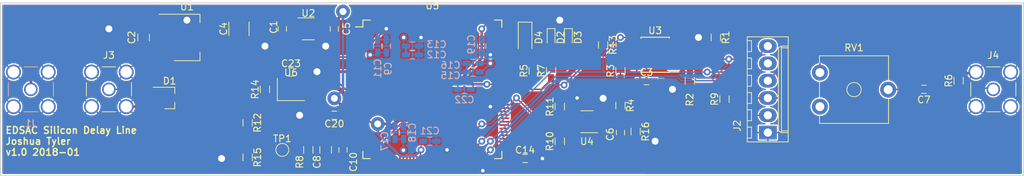
<source format=kicad_pcb>
(kicad_pcb (version 4) (host pcbnew 4.0.7)
  (layers (0 F.Cu signal) (31 B.Cu signal) (34 B.Paste user hide) (35 F.Paste user hide) (36 B.SilkS user) (37 F.SilkS user) (38 B.Mask user hide) (39 F.Mask user hide) (44 Edge.Cuts user))
  (net 0 "")
  (net 1 +3V3)
  (net 2 GND)
  (net 3 /V_IN)
  (net 4 +1V2)
  (net 5 "Net-(C6-Pad1)")
  (net 6 "Net-(C7-Pad1)")
  (net 7 "Net-(C7-Pad2)")
  (net 8 "Net-(C10-Pad1)")
  (net 9 "Net-(C10-Pad2)")
  (net 10 /SIG_IN)
  (net 11 "Net-(D2-Pad2)")
  (net 12 "Net-(D3-Pad2)")
  (net 13 "Net-(D4-Pad1)")
  (net 14 /SPI_~CS)
  (net 15 /SPI_SCK)
  (net 16 /SPI_MOSI)
  (net 17 /SPI_MISO)
  (net 18 "Net-(R1-Pad2)")
  (net 19 "Net-(R3-Pad2)")
  (net 20 /FPGA/debug_2)
  (net 21 /FPGA/debug_1)
  (net 22 /PWR_GD)
  (net 23 /FPGA/CDONE)
  (net 24 "Net-(R14-Pad1)")
  (net 25 /FPGA/to_edsac)
  (net 26 "Net-(U2-Pad4)")
  (net 27 "Net-(U5-Pad3)")
  (net 28 "Net-(U5-Pad8)")
  (net 29 "Net-(U5-Pad10)")
  (net 30 "Net-(U5-Pad11)")
  (net 31 "Net-(U5-Pad12)")
  (net 32 "Net-(U5-Pad110)")
  (net 33 "Net-(U5-Pad19)")
  (net 34 "Net-(U5-Pad20)")
  (net 35 /FPGA/CLK)
  (net 36 "Net-(U5-Pad22)")
  (net 37 "Net-(U5-Pad23)")
  (net 38 "Net-(U5-Pad24)")
  (net 39 "Net-(U5-Pad25)")
  (net 40 "Net-(U5-Pad26)")
  (net 41 "Net-(U5-Pad28)")
  (net 42 "Net-(U5-Pad29)")
  (net 43 "Net-(U5-Pad31)")
  (net 44 "Net-(U5-Pad32)")
  (net 45 "Net-(U5-Pad33)")
  (net 46 "Net-(U5-Pad34)")
  (net 47 "Net-(U5-Pad37)")
  (net 48 "Net-(U5-Pad38)")
  (net 49 "Net-(U5-Pad39)")
  (net 50 "Net-(U5-Pad41)")
  (net 51 "Net-(U5-Pad42)")
  (net 52 "Net-(U5-Pad43)")
  (net 53 "Net-(U5-Pad44)")
  (net 54 "Net-(U5-Pad45)")
  (net 55 "Net-(U5-Pad47)")
  (net 56 "Net-(U5-Pad48)")
  (net 57 "Net-(U5-Pad49)")
  (net 58 "Net-(U5-Pad50)")
  (net 59 "Net-(U5-Pad52)")
  (net 60 "Net-(U5-Pad56)")
  (net 61 "Net-(U5-Pad58)")
  (net 62 "Net-(U5-Pad60)")
  (net 63 "Net-(U5-Pad61)")
  (net 64 "Net-(U5-Pad62)")
  (net 65 "Net-(U5-Pad63)")
  (net 66 "Net-(U5-Pad64)")
  (net 67 "Net-(U5-Pad73)")
  (net 68 "Net-(U5-Pad74)")
  (net 69 "Net-(U5-Pad75)")
  (net 70 "Net-(U5-Pad76)")
  (net 71 "Net-(U5-Pad78)")
  (net 72 "Net-(U5-Pad79)")
  (net 73 "Net-(U5-Pad80)")
  (net 74 "Net-(U5-Pad81)")
  (net 75 "Net-(U5-Pad87)")
  (net 76 "Net-(U5-Pad88)")
  (net 77 "Net-(U5-Pad90)")
  (net 78 "Net-(U5-Pad91)")
  (net 79 "Net-(U5-Pad93)")
  (net 80 "Net-(U5-Pad97)")
  (net 81 "Net-(U5-Pad98)")
  (net 82 "Net-(U5-Pad99)")
  (net 83 "Net-(U5-Pad101)")
  (net 84 "Net-(U5-Pad102)")
  (net 85 "Net-(U5-Pad104)")
  (net 86 "Net-(U5-Pad105)")
  (net 87 "Net-(U5-Pad106)")
  (net 88 "Net-(U5-Pad107)")
  (net 89 "Net-(U5-Pad109)")
  (net 90 "Net-(U5-Pad112)")
  (net 91 "Net-(U5-Pad113)")
  (net 92 "Net-(U5-Pad114)")
  (net 93 "Net-(U5-Pad115)")
  (net 94 "Net-(U5-Pad116)")
  (net 95 "Net-(U5-Pad117)")
  (net 96 "Net-(U5-Pad118)")
  (net 97 "Net-(U5-Pad119)")
  (net 98 "Net-(U5-Pad120)")
  (net 99 "Net-(U5-Pad121)")
  (net 100 "Net-(U5-Pad122)")
  (net 101 "Net-(U5-Pad128)")
  (net 102 "Net-(U5-Pad129)")
  (net 103 "Net-(U5-Pad134)")
  (net 104 "Net-(U5-Pad135)")
  (net 105 "Net-(U5-Pad136)")
  (net 106 "Net-(U5-Pad137)")
  (net 107 "Net-(U5-Pad138)")
  (net 108 "Net-(U5-Pad139)")
  (net 109 "Net-(U5-Pad141)")
  (net 110 "Net-(U5-Pad142)")
  (net 111 "Net-(U5-Pad143)")
  (net 112 "Net-(U5-Pad144)")
  (net 113 "Net-(U5-Pad15)")
  (net 114 "Net-(U5-Pad16)")
  (net 115 "Net-(U5-Pad17)")
  (net 116 "Net-(U5-Pad18)")
  (net 117 "Net-(U5-Pad40)")
  (net 118 "Net-(U5-Pad53)")
  (net 119 "Net-(U5-Pad54)")
  (net 120 "Net-(U5-Pad55)")
  (net 121 "Net-(U5-Pad77)")
  (net 122 "Net-(U5-Pad82)")
  (net 123 "Net-(U5-Pad83)")
  (net 124 "Net-(U5-Pad84)")
  (net 125 "Net-(U5-Pad85)")
  (net 126 "Net-(U5-Pad124)")
  (net 127 "Net-(U5-Pad125)")
  (net 128 "Net-(U5-Pad126)")
  (net 129 "Net-(U5-Pad127)")
  (net 130 "Net-(U5-Pad130)")
  (net 131 "Net-(U5-Pad131)")
  (net 132 "Net-(U5-Pad1)")
  (net 133 "Net-(U5-Pad2)")
  (net 134 "Net-(U5-Pad4)")
  (net 135 "Net-(U5-Pad7)")
  (net 136 "Net-(RV1-Pad1)")
  (module Housings_QFP:TQFP-144_20x20mm_Pitch0.5mm (layer F.Cu) (at 127.39 48.26)
    (fp_text reference U5 (at 0 -12.275) (layer F.SilkS))
    (fp_text value iCE40-HX1K-TQ144)
    (pad 1 smd rect (at -10.55 -8.75) (size 1.45 0.25) (layers F.Cu F.Paste F.Mask) (net 132 "Net-(U5-Pad1)"))
    (pad 2 smd rect (at -10.55 -8.25) (size 1.45 0.25) (layers F.Cu F.Paste F.Mask) (net 133 "Net-(U5-Pad2)"))
    (pad 3 smd rect (at -10.55 -7.75) (size 1.45 0.25) (layers F.Cu F.Paste F.Mask) (net 27 "Net-(U5-Pad3)"))
    (pad 4 smd rect (at -10.55 -7.25) (size 1.45 0.25) (layers F.Cu F.Paste F.Mask) (net 134 "Net-(U5-Pad4)"))
    (pad 5 smd rect (at -10.55 -6.75) (size 1.45 0.25) (layers F.Cu F.Paste F.Mask) (net 2 GND))
    (pad 6 smd rect (at -10.55 -6.25) (size 1.45 0.25) (layers F.Cu F.Paste F.Mask) (net 1 +3V3))
    (pad 7 smd rect (at -10.55 -5.75) (size 1.45 0.25) (layers F.Cu F.Paste F.Mask) (net 135 "Net-(U5-Pad7)"))
    (pad 8 smd rect (at -10.55 -5.25) (size 1.45 0.25) (layers F.Cu F.Paste F.Mask) (net 28 "Net-(U5-Pad8)"))
    (pad 9 smd rect (at -10.55 -4.75) (size 1.45 0.25) (layers F.Cu F.Paste F.Mask) (net 10 /SIG_IN))
    (pad 10 smd rect (at -10.55 -4.25) (size 1.45 0.25) (layers F.Cu F.Paste F.Mask) (net 29 "Net-(U5-Pad10)"))
    (pad 11 smd rect (at -10.55 -3.75) (size 1.45 0.25) (layers F.Cu F.Paste F.Mask) (net 30 "Net-(U5-Pad11)"))
    (pad 12 smd rect (at -10.55 -3.25) (size 1.45 0.25) (layers F.Cu F.Paste F.Mask) (net 31 "Net-(U5-Pad12)"))
    (pad 13 smd rect (at -10.55 -2.75) (size 1.45 0.25) (layers F.Cu F.Paste F.Mask) (net 2 GND))
    (pad 14 smd rect (at -10.55 -2.25) (size 1.45 0.25) (layers F.Cu F.Paste F.Mask) (net 2 GND))
    (pad 15 smd rect (at -10.55 -1.75) (size 1.45 0.25) (layers F.Cu F.Paste F.Mask) (net 113 "Net-(U5-Pad15)"))
    (pad 16 smd rect (at -10.55 -1.25) (size 1.45 0.25) (layers F.Cu F.Paste F.Mask) (net 114 "Net-(U5-Pad16)"))
    (pad 17 smd rect (at -10.55 -0.75) (size 1.45 0.25) (layers F.Cu F.Paste F.Mask) (net 115 "Net-(U5-Pad17)"))
    (pad 18 smd rect (at -10.55 -0.25) (size 1.45 0.25) (layers F.Cu F.Paste F.Mask) (net 116 "Net-(U5-Pad18)"))
    (pad 19 smd rect (at -10.55 0.25) (size 1.45 0.25) (layers F.Cu F.Paste F.Mask) (net 33 "Net-(U5-Pad19)"))
    (pad 20 smd rect (at -10.55 0.75) (size 1.45 0.25) (layers F.Cu F.Paste F.Mask) (net 34 "Net-(U5-Pad20)"))
    (pad 21 smd rect (at -10.55 1.25) (size 1.45 0.25) (layers F.Cu F.Paste F.Mask) (net 35 /FPGA/CLK))
    (pad 22 smd rect (at -10.55 1.75) (size 1.45 0.25) (layers F.Cu F.Paste F.Mask) (net 36 "Net-(U5-Pad22)"))
    (pad 23 smd rect (at -10.55 2.25) (size 1.45 0.25) (layers F.Cu F.Paste F.Mask) (net 37 "Net-(U5-Pad23)"))
    (pad 24 smd rect (at -10.55 2.75) (size 1.45 0.25) (layers F.Cu F.Paste F.Mask) (net 38 "Net-(U5-Pad24)"))
    (pad 25 smd rect (at -10.55 3.25) (size 1.45 0.25) (layers F.Cu F.Paste F.Mask) (net 39 "Net-(U5-Pad25)"))
    (pad 26 smd rect (at -10.55 3.75) (size 1.45 0.25) (layers F.Cu F.Paste F.Mask) (net 40 "Net-(U5-Pad26)"))
    (pad 27 smd rect (at -10.55 4.25) (size 1.45 0.25) (layers F.Cu F.Paste F.Mask) (net 4 +1V2))
    (pad 28 smd rect (at -10.55 4.75) (size 1.45 0.25) (layers F.Cu F.Paste F.Mask) (net 41 "Net-(U5-Pad28)"))
    (pad 29 smd rect (at -10.55 5.25) (size 1.45 0.25) (layers F.Cu F.Paste F.Mask) (net 42 "Net-(U5-Pad29)"))
    (pad 30 smd rect (at -10.55 5.75) (size 1.45 0.25) (layers F.Cu F.Paste F.Mask) (net 1 +3V3))
    (pad 31 smd rect (at -10.55 6.25) (size 1.45 0.25) (layers F.Cu F.Paste F.Mask) (net 43 "Net-(U5-Pad31)"))
    (pad 32 smd rect (at -10.55 6.75) (size 1.45 0.25) (layers F.Cu F.Paste F.Mask) (net 44 "Net-(U5-Pad32)"))
    (pad 33 smd rect (at -10.55 7.25) (size 1.45 0.25) (layers F.Cu F.Paste F.Mask) (net 45 "Net-(U5-Pad33)"))
    (pad 34 smd rect (at -10.55 7.75) (size 1.45 0.25) (layers F.Cu F.Paste F.Mask) (net 46 "Net-(U5-Pad34)"))
    (pad 35 smd rect (at -10.55 8.25) (size 1.45 0.25) (layers F.Cu F.Paste F.Mask) (net 9 "Net-(C10-Pad2)"))
    (pad 36 smd rect (at -10.55 8.75) (size 1.45 0.25) (layers F.Cu F.Paste F.Mask) (net 8 "Net-(C10-Pad1)"))
    (pad 37 smd rect (at -8.75 10.55 90) (size 1.45 0.25) (layers F.Cu F.Paste F.Mask) (net 47 "Net-(U5-Pad37)"))
    (pad 38 smd rect (at -8.25 10.55 90) (size 1.45 0.25) (layers F.Cu F.Paste F.Mask) (net 48 "Net-(U5-Pad38)"))
    (pad 39 smd rect (at -7.75 10.55 90) (size 1.45 0.25) (layers F.Cu F.Paste F.Mask) (net 49 "Net-(U5-Pad39)"))
    (pad 40 smd rect (at -7.25 10.55 90) (size 1.45 0.25) (layers F.Cu F.Paste F.Mask) (net 117 "Net-(U5-Pad40)"))
    (pad 41 smd rect (at -6.75 10.55 90) (size 1.45 0.25) (layers F.Cu F.Paste F.Mask) (net 50 "Net-(U5-Pad41)"))
    (pad 42 smd rect (at -6.25 10.55 90) (size 1.45 0.25) (layers F.Cu F.Paste F.Mask) (net 51 "Net-(U5-Pad42)"))
    (pad 43 smd rect (at -5.75 10.55 90) (size 1.45 0.25) (layers F.Cu F.Paste F.Mask) (net 52 "Net-(U5-Pad43)"))
    (pad 44 smd rect (at -5.25 10.55 90) (size 1.45 0.25) (layers F.Cu F.Paste F.Mask) (net 53 "Net-(U5-Pad44)"))
    (pad 45 smd rect (at -4.75 10.55 90) (size 1.45 0.25) (layers F.Cu F.Paste F.Mask) (net 54 "Net-(U5-Pad45)"))
    (pad 46 smd rect (at -4.25 10.55 90) (size 1.45 0.25) (layers F.Cu F.Paste F.Mask) (net 1 +3V3))
    (pad 47 smd rect (at -3.75 10.55 90) (size 1.45 0.25) (layers F.Cu F.Paste F.Mask) (net 55 "Net-(U5-Pad47)"))
    (pad 48 smd rect (at -3.25 10.55 90) (size 1.45 0.25) (layers F.Cu F.Paste F.Mask) (net 56 "Net-(U5-Pad48)"))
    (pad 49 smd rect (at -2.75 10.55 90) (size 1.45 0.25) (layers F.Cu F.Paste F.Mask) (net 57 "Net-(U5-Pad49)"))
    (pad 50 smd rect (at -2.25 10.55 90) (size 1.45 0.25) (layers F.Cu F.Paste F.Mask) (net 58 "Net-(U5-Pad50)"))
    (pad 51 smd rect (at -1.75 10.55 90) (size 1.45 0.25) (layers F.Cu F.Paste F.Mask) (net 4 +1V2))
    (pad 52 smd rect (at -1.25 10.55 90) (size 1.45 0.25) (layers F.Cu F.Paste F.Mask) (net 59 "Net-(U5-Pad52)"))
    (pad 53 smd rect (at -0.75 10.55 90) (size 1.45 0.25) (layers F.Cu F.Paste F.Mask) (net 118 "Net-(U5-Pad53)"))
    (pad 54 smd rect (at -0.25 10.55 90) (size 1.45 0.25) (layers F.Cu F.Paste F.Mask) (net 119 "Net-(U5-Pad54)"))
    (pad 55 smd rect (at 0.25 10.55 90) (size 1.45 0.25) (layers F.Cu F.Paste F.Mask) (net 120 "Net-(U5-Pad55)"))
    (pad 56 smd rect (at 0.75 10.55 90) (size 1.45 0.25) (layers F.Cu F.Paste F.Mask) (net 60 "Net-(U5-Pad56)"))
    (pad 57 smd rect (at 1.25 10.55 90) (size 1.45 0.25) (layers F.Cu F.Paste F.Mask) (net 1 +3V3))
    (pad 58 smd rect (at 1.75 10.55 90) (size 1.45 0.25) (layers F.Cu F.Paste F.Mask) (net 61 "Net-(U5-Pad58)"))
    (pad 59 smd rect (at 2.25 10.55 90) (size 1.45 0.25) (layers F.Cu F.Paste F.Mask) (net 2 GND))
    (pad 60 smd rect (at 2.75 10.55 90) (size 1.45 0.25) (layers F.Cu F.Paste F.Mask) (net 62 "Net-(U5-Pad60)"))
    (pad 61 smd rect (at 3.25 10.55 90) (size 1.45 0.25) (layers F.Cu F.Paste F.Mask) (net 63 "Net-(U5-Pad61)"))
    (pad 62 smd rect (at 3.75 10.55 90) (size 1.45 0.25) (layers F.Cu F.Paste F.Mask) (net 64 "Net-(U5-Pad62)"))
    (pad 63 smd rect (at 4.25 10.55 90) (size 1.45 0.25) (layers F.Cu F.Paste F.Mask) (net 65 "Net-(U5-Pad63)"))
    (pad 64 smd rect (at 4.75 10.55 90) (size 1.45 0.25) (layers F.Cu F.Paste F.Mask) (net 66 "Net-(U5-Pad64)"))
    (pad 65 smd rect (at 5.25 10.55 90) (size 1.45 0.25) (layers F.Cu F.Paste F.Mask) (net 23 /FPGA/CDONE))
    (pad 66 smd rect (at 5.75 10.55 90) (size 1.45 0.25) (layers F.Cu F.Paste F.Mask) (net 22 /PWR_GD))
    (pad 67 smd rect (at 6.25 10.55 90) (size 1.45 0.25) (layers F.Cu F.Paste F.Mask) (net 16 /SPI_MOSI))
    (pad 68 smd rect (at 6.75 10.55 90) (size 1.45 0.25) (layers F.Cu F.Paste F.Mask) (net 17 /SPI_MISO))
    (pad 69 smd rect (at 7.25 10.55 90) (size 1.45 0.25) (layers F.Cu F.Paste F.Mask) (net 2 GND))
    (pad 70 smd rect (at 7.75 10.55 90) (size 1.45 0.25) (layers F.Cu F.Paste F.Mask) (net 15 /SPI_SCK))
    (pad 71 smd rect (at 8.25 10.55 90) (size 1.45 0.25) (layers F.Cu F.Paste F.Mask) (net 14 /SPI_~CS))
    (pad 72 smd rect (at 8.75 10.55 90) (size 1.45 0.25) (layers F.Cu F.Paste F.Mask) (net 1 +3V3))
    (pad 73 smd rect (at 10.55 8.75) (size 1.45 0.25) (layers F.Cu F.Paste F.Mask) (net 67 "Net-(U5-Pad73)"))
    (pad 74 smd rect (at 10.55 8.25) (size 1.45 0.25) (layers F.Cu F.Paste F.Mask) (net 68 "Net-(U5-Pad74)"))
    (pad 75 smd rect (at 10.55 7.75) (size 1.45 0.25) (layers F.Cu F.Paste F.Mask) (net 69 "Net-(U5-Pad75)"))
    (pad 76 smd rect (at 10.55 7.25) (size 1.45 0.25) (layers F.Cu F.Paste F.Mask) (net 70 "Net-(U5-Pad76)"))
    (pad 77 smd rect (at 10.55 6.75) (size 1.45 0.25) (layers F.Cu F.Paste F.Mask) (net 121 "Net-(U5-Pad77)"))
    (pad 78 smd rect (at 10.55 6.25) (size 1.45 0.25) (layers F.Cu F.Paste F.Mask) (net 71 "Net-(U5-Pad78)"))
    (pad 79 smd rect (at 10.55 5.75) (size 1.45 0.25) (layers F.Cu F.Paste F.Mask) (net 72 "Net-(U5-Pad79)"))
    (pad 80 smd rect (at 10.55 5.25) (size 1.45 0.25) (layers F.Cu F.Paste F.Mask) (net 73 "Net-(U5-Pad80)"))
    (pad 81 smd rect (at 10.55 4.75) (size 1.45 0.25) (layers F.Cu F.Paste F.Mask) (net 74 "Net-(U5-Pad81)"))
    (pad 82 smd rect (at 10.55 4.25) (size 1.45 0.25) (layers F.Cu F.Paste F.Mask) (net 122 "Net-(U5-Pad82)"))
    (pad 83 smd rect (at 10.55 3.75) (size 1.45 0.25) (layers F.Cu F.Paste F.Mask) (net 123 "Net-(U5-Pad83)"))
    (pad 84 smd rect (at 10.55 3.25) (size 1.45 0.25) (layers F.Cu F.Paste F.Mask) (net 124 "Net-(U5-Pad84)"))
    (pad 85 smd rect (at 10.55 2.75) (size 1.45 0.25) (layers F.Cu F.Paste F.Mask) (net 125 "Net-(U5-Pad85)"))
    (pad 86 smd rect (at 10.55 2.25) (size 1.45 0.25) (layers F.Cu F.Paste F.Mask) (net 2 GND))
    (pad 87 smd rect (at 10.55 1.75) (size 1.45 0.25) (layers F.Cu F.Paste F.Mask) (net 75 "Net-(U5-Pad87)"))
    (pad 88 smd rect (at 10.55 1.25) (size 1.45 0.25) (layers F.Cu F.Paste F.Mask) (net 76 "Net-(U5-Pad88)"))
    (pad 89 smd rect (at 10.55 0.75) (size 1.45 0.25) (layers F.Cu F.Paste F.Mask) (net 1 +3V3))
    (pad 90 smd rect (at 10.55 0.25) (size 1.45 0.25) (layers F.Cu F.Paste F.Mask) (net 77 "Net-(U5-Pad90)"))
    (pad 91 smd rect (at 10.55 -0.25) (size 1.45 0.25) (layers F.Cu F.Paste F.Mask) (net 78 "Net-(U5-Pad91)"))
    (pad 92 smd rect (at 10.55 -0.75) (size 1.45 0.25) (layers F.Cu F.Paste F.Mask) (net 4 +1V2))
    (pad 93 smd rect (at 10.55 -1.25) (size 1.45 0.25) (layers F.Cu F.Paste F.Mask) (net 79 "Net-(U5-Pad93)"))
    (pad 94 smd rect (at 10.55 -1.75) (size 1.45 0.25) (layers F.Cu F.Paste F.Mask) (net 21 /FPGA/debug_1))
    (pad 95 smd rect (at 10.55 -2.25) (size 1.45 0.25) (layers F.Cu F.Paste F.Mask) (net 20 /FPGA/debug_2))
    (pad 96 smd rect (at 10.55 -2.75) (size 1.45 0.25) (layers F.Cu F.Paste F.Mask) (net 25 /FPGA/to_edsac))
    (pad 97 smd rect (at 10.55 -3.25) (size 1.45 0.25) (layers F.Cu F.Paste F.Mask) (net 80 "Net-(U5-Pad97)"))
    (pad 98 smd rect (at 10.55 -3.75) (size 1.45 0.25) (layers F.Cu F.Paste F.Mask) (net 81 "Net-(U5-Pad98)"))
    (pad 99 smd rect (at 10.55 -4.25) (size 1.45 0.25) (layers F.Cu F.Paste F.Mask) (net 82 "Net-(U5-Pad99)"))
    (pad 100 smd rect (at 10.55 -4.75) (size 1.45 0.25) (layers F.Cu F.Paste F.Mask) (net 1 +3V3))
    (pad 101 smd rect (at 10.55 -5.25) (size 1.45 0.25) (layers F.Cu F.Paste F.Mask) (net 83 "Net-(U5-Pad101)"))
    (pad 102 smd rect (at 10.55 -5.75) (size 1.45 0.25) (layers F.Cu F.Paste F.Mask) (net 84 "Net-(U5-Pad102)"))
    (pad 103 smd rect (at 10.55 -6.25) (size 1.45 0.25) (layers F.Cu F.Paste F.Mask) (net 2 GND))
    (pad 104 smd rect (at 10.55 -6.75) (size 1.45 0.25) (layers F.Cu F.Paste F.Mask) (net 85 "Net-(U5-Pad104)"))
    (pad 105 smd rect (at 10.55 -7.25) (size 1.45 0.25) (layers F.Cu F.Paste F.Mask) (net 86 "Net-(U5-Pad105)"))
    (pad 106 smd rect (at 10.55 -7.75) (size 1.45 0.25) (layers F.Cu F.Paste F.Mask) (net 87 "Net-(U5-Pad106)"))
    (pad 107 smd rect (at 10.55 -8.25) (size 1.45 0.25) (layers F.Cu F.Paste F.Mask) (net 88 "Net-(U5-Pad107)"))
    (pad 108 smd rect (at 10.55 -8.75) (size 1.45 0.25) (layers F.Cu F.Paste F.Mask) (net 13 "Net-(D4-Pad1)"))
    (pad 109 smd rect (at 8.75 -10.55 90) (size 1.45 0.25) (layers F.Cu F.Paste F.Mask) (net 89 "Net-(U5-Pad109)"))
    (pad 110 smd rect (at 8.25 -10.55 90) (size 1.45 0.25) (layers F.Cu F.Paste F.Mask) (net 32 "Net-(U5-Pad110)"))
    (pad 111 smd rect (at 7.75 -10.55 90) (size 1.45 0.25) (layers F.Cu F.Paste F.Mask) (net 4 +1V2))
    (pad 112 smd rect (at 7.25 -10.55 90) (size 1.45 0.25) (layers F.Cu F.Paste F.Mask) (net 90 "Net-(U5-Pad112)"))
    (pad 113 smd rect (at 6.75 -10.55 90) (size 1.45 0.25) (layers F.Cu F.Paste F.Mask) (net 91 "Net-(U5-Pad113)"))
    (pad 114 smd rect (at 6.25 -10.55 90) (size 1.45 0.25) (layers F.Cu F.Paste F.Mask) (net 92 "Net-(U5-Pad114)"))
    (pad 115 smd rect (at 5.75 -10.55 90) (size 1.45 0.25) (layers F.Cu F.Paste F.Mask) (net 93 "Net-(U5-Pad115)"))
    (pad 116 smd rect (at 5.25 -10.55 90) (size 1.45 0.25) (layers F.Cu F.Paste F.Mask) (net 94 "Net-(U5-Pad116)"))
    (pad 117 smd rect (at 4.75 -10.55 90) (size 1.45 0.25) (layers F.Cu F.Paste F.Mask) (net 95 "Net-(U5-Pad117)"))
    (pad 118 smd rect (at 4.25 -10.55 90) (size 1.45 0.25) (layers F.Cu F.Paste F.Mask) (net 96 "Net-(U5-Pad118)"))
    (pad 119 smd rect (at 3.75 -10.55 90) (size 1.45 0.25) (layers F.Cu F.Paste F.Mask) (net 97 "Net-(U5-Pad119)"))
    (pad 120 smd rect (at 3.25 -10.55 90) (size 1.45 0.25) (layers F.Cu F.Paste F.Mask) (net 98 "Net-(U5-Pad120)"))
    (pad 121 smd rect (at 2.75 -10.55 90) (size 1.45 0.25) (layers F.Cu F.Paste F.Mask) (net 99 "Net-(U5-Pad121)"))
    (pad 122 smd rect (at 2.25 -10.55 90) (size 1.45 0.25) (layers F.Cu F.Paste F.Mask) (net 100 "Net-(U5-Pad122)"))
    (pad 123 smd rect (at 1.75 -10.55 90) (size 1.45 0.25) (layers F.Cu F.Paste F.Mask) (net 1 +3V3))
    (pad 124 smd rect (at 1.25 -10.55 90) (size 1.45 0.25) (layers F.Cu F.Paste F.Mask) (net 126 "Net-(U5-Pad124)"))
    (pad 125 smd rect (at 0.75 -10.55 90) (size 1.45 0.25) (layers F.Cu F.Paste F.Mask) (net 127 "Net-(U5-Pad125)"))
    (pad 126 smd rect (at 0.25 -10.55 90) (size 1.45 0.25) (layers F.Cu F.Paste F.Mask) (net 128 "Net-(U5-Pad126)"))
    (pad 127 smd rect (at -0.25 -10.55 90) (size 1.45 0.25) (layers F.Cu F.Paste F.Mask) (net 129 "Net-(U5-Pad127)"))
    (pad 128 smd rect (at -0.75 -10.55 90) (size 1.45 0.25) (layers F.Cu F.Paste F.Mask) (net 101 "Net-(U5-Pad128)"))
    (pad 129 smd rect (at -1.25 -10.55 90) (size 1.45 0.25) (layers F.Cu F.Paste F.Mask) (net 102 "Net-(U5-Pad129)"))
    (pad 130 smd rect (at -1.75 -10.55 90) (size 1.45 0.25) (layers F.Cu F.Paste F.Mask) (net 130 "Net-(U5-Pad130)"))
    (pad 131 smd rect (at -2.25 -10.55 90) (size 1.45 0.25) (layers F.Cu F.Paste F.Mask) (net 131 "Net-(U5-Pad131)"))
    (pad 132 smd rect (at -2.75 -10.55 90) (size 1.45 0.25) (layers F.Cu F.Paste F.Mask) (net 2 GND))
    (pad 133 smd rect (at -3.25 -10.55 90) (size 1.45 0.25) (layers F.Cu F.Paste F.Mask) (net 1 +3V3))
    (pad 134 smd rect (at -3.75 -10.55 90) (size 1.45 0.25) (layers F.Cu F.Paste F.Mask) (net 103 "Net-(U5-Pad134)"))
    (pad 135 smd rect (at -4.25 -10.55 90) (size 1.45 0.25) (layers F.Cu F.Paste F.Mask) (net 104 "Net-(U5-Pad135)"))
    (pad 136 smd rect (at -4.75 -10.55 90) (size 1.45 0.25) (layers F.Cu F.Paste F.Mask) (net 105 "Net-(U5-Pad136)"))
    (pad 137 smd rect (at -5.25 -10.55 90) (size 1.45 0.25) (layers F.Cu F.Paste F.Mask) (net 106 "Net-(U5-Pad137)"))
    (pad 138 smd rect (at -5.75 -10.55 90) (size 1.45 0.25) (layers F.Cu F.Paste F.Mask) (net 107 "Net-(U5-Pad138)"))
    (pad 139 smd rect (at -6.25 -10.55 90) (size 1.45 0.25) (layers F.Cu F.Paste F.Mask) (net 108 "Net-(U5-Pad139)"))
    (pad 140 smd rect (at -6.75 -10.55 90) (size 1.45 0.25) (layers F.Cu F.Paste F.Mask) (net 2 GND))
    (pad 141 smd rect (at -7.25 -10.55 90) (size 1.45 0.25) (layers F.Cu F.Paste F.Mask) (net 109 "Net-(U5-Pad141)"))
    (pad 142 smd rect (at -7.75 -10.55 90) (size 1.45 0.25) (layers F.Cu F.Paste F.Mask) (net 110 "Net-(U5-Pad142)"))
    (pad 143 smd rect (at -8.25 -10.55 90) (size 1.45 0.25) (layers F.Cu F.Paste F.Mask) (net 111 "Net-(U5-Pad143)"))
    (pad 144 smd rect (at -8.75 -10.55 90) (size 1.45 0.25) (layers F.Cu F.Paste F.Mask) (net 112 "Net-(U5-Pad144)"))
  )
  (module Capacitors_SMD:C_0603_HandSoldering (layer F.Cu) (at 105.41 39.37 270)
    (fp_text reference C1 (at -0.254 1.27 270) (layer F.SilkS))
    (fp_text value 1u)
    (pad 1 smd rect (at -0.95 0 270) (size 1.2 0.75) (layers F.Cu F.Paste F.Mask) (net 1 +3V3))
    (pad 2 smd rect (at 0.95 0 270) (size 1.2 0.75) (layers F.Cu F.Paste F.Mask) (net 2 GND))
  )
  (module Capacitors_SMD:C_0805_HandSoldering (layer F.Cu) (at 85.09 40.64 90)
    (fp_text reference C2 (at 0 -1.75 90) (layer F.SilkS))
    (fp_text value 10u)
    (pad 1 smd rect (at -1.25 0 90) (size 1.5 1.25) (layers F.Cu F.Paste F.Mask) (net 3 /V_IN))
    (pad 2 smd rect (at 1.25 0 90) (size 1.5 1.25) (layers F.Cu F.Paste F.Mask) (net 2 GND))
  )
  (module Capacitors_SMD:C_0603_HandSoldering (layer F.Cu) (at 158.75 46.99)
    (fp_text reference C3 (at 0 -1.25) (layer F.SilkS))
    (fp_text value 0.1u)
    (pad 1 smd rect (at -0.95 0) (size 1.2 0.75) (layers F.Cu F.Paste F.Mask) (net 1 +3V3))
    (pad 2 smd rect (at 0.95 0) (size 1.2 0.75) (layers F.Cu F.Paste F.Mask) (net 2 GND))
  )
  (module Capacitors_SMD:C_1210_HandSoldering (layer F.Cu) (at 99.06 39.37 90)
    (fp_text reference C4 (at 0 -2.25 90) (layer F.SilkS))
    (fp_text value 100u)
    (pad 1 smd rect (at -2 0 90) (size 2 2.5) (layers F.Cu F.Paste F.Mask) (net 1 +3V3))
    (pad 2 smd rect (at 2 0 90) (size 2 2.5) (layers F.Cu F.Paste F.Mask) (net 2 GND))
  )
  (module Capacitors_SMD:C_0603_HandSoldering (layer F.Cu) (at 113.03 39.37 270)
    (fp_text reference C5 (at 0 -1.778 270) (layer F.SilkS))
    (fp_text value 1u)
    (pad 1 smd rect (at -0.95 0 270) (size 1.2 0.75) (layers F.Cu F.Paste F.Mask) (net 4 +1V2))
    (pad 2 smd rect (at 0.95 0 270) (size 1.2 0.75) (layers F.Cu F.Paste F.Mask) (net 2 GND))
  )
  (module Capacitors_SMD:C_0603_HandSoldering (layer F.Cu) (at 154.94 54.61 270)
    (fp_text reference C6 (at 0.254 1.524 270) (layer F.SilkS))
    (fp_text value 22u)
    (pad 1 smd rect (at -0.95 0 270) (size 1.2 0.75) (layers F.Cu F.Paste F.Mask) (net 5 "Net-(C6-Pad1)"))
    (pad 2 smd rect (at 0.95 0 270) (size 1.2 0.75) (layers F.Cu F.Paste F.Mask) (net 2 GND))
  )
  (module Capacitors_SMD:C_0603_HandSoldering (layer F.Cu) (at 199.39 48.26 180)
    (fp_text reference C7 (at 0 -1.524 180) (layer F.SilkS))
    (fp_text value 10n)
    (pad 1 smd rect (at -0.95 0 180) (size 1.2 0.75) (layers F.Cu F.Paste F.Mask) (net 6 "Net-(C7-Pad1)"))
    (pad 2 smd rect (at 0.95 0 180) (size 1.2 0.75) (layers F.Cu F.Paste F.Mask) (net 7 "Net-(C7-Pad2)"))
  )
  (module Capacitors_SMD:C_0805_HandSoldering (layer F.Cu) (at 111.76 57.15 90)
    (fp_text reference C8 (at -1.778 -1.27 90) (layer F.SilkS))
    (fp_text value 10u)
    (pad 1 smd rect (at -1.25 0 90) (size 1.5 1.25) (layers F.Cu F.Paste F.Mask) (net 8 "Net-(C10-Pad1)"))
    (pad 2 smd rect (at 1.25 0 90) (size 1.5 1.25) (layers F.Cu F.Paste F.Mask) (net 9 "Net-(C10-Pad2)"))
  )
  (module Capacitors_SMD:C_0603_HandSoldering (layer B.Cu) (at 120.65 41.91 90)
    (fp_text reference C9 (at -3.302 0.254 90) (layer B.SilkS) (effects (justify mirror)))
    (fp_text value 0.1u)
    (pad 1 smd rect (at -0.95 0 90) (size 1.2 0.75) (layers B.Cu B.Paste B.Mask) (net 1 +3V3))
    (pad 2 smd rect (at 0.95 0 90) (size 1.2 0.75) (layers B.Cu B.Paste B.Mask) (net 2 GND))
  )
  (module Capacitors_SMD:C_0603_HandSoldering (layer F.Cu) (at 114.3 57.15 90)
    (fp_text reference C10 (at -1.778 1.524 90) (layer F.SilkS))
    (fp_text value 0.1u)
    (pad 1 smd rect (at -0.95 0 90) (size 1.2 0.75) (layers F.Cu F.Paste F.Mask) (net 8 "Net-(C10-Pad1)"))
    (pad 2 smd rect (at 0.95 0 90) (size 1.2 0.75) (layers F.Cu F.Paste F.Mask) (net 9 "Net-(C10-Pad2)"))
  )
  (module Capacitors_SMD:C_0603_HandSoldering (layer B.Cu) (at 119.38 41.91 90)
    (fp_text reference C11 (at -3.302 0 90) (layer B.SilkS) (effects (justify mirror)))
    (fp_text value 0.1u)
    (pad 1 smd rect (at -0.95 0 90) (size 1.2 0.75) (layers B.Cu B.Paste B.Mask) (net 1 +3V3))
    (pad 2 smd rect (at 0.95 0 90) (size 1.2 0.75) (layers B.Cu B.Paste B.Mask) (net 2 GND))
  )
  (module Capacitors_SMD:C_0603_HandSoldering (layer B.Cu) (at 124.46 43.18)
    (fp_text reference C12 (at 3.556 0) (layer B.SilkS) (effects (justify mirror)))
    (fp_text value 0.1u)
    (pad 1 smd rect (at -0.95 0) (size 1.2 0.75) (layers B.Cu B.Paste B.Mask) (net 1 +3V3))
    (pad 2 smd rect (at 0.95 0) (size 1.2 0.75) (layers B.Cu B.Paste B.Mask) (net 2 GND))
  )
  (module Capacitors_SMD:C_0603_HandSoldering (layer B.Cu) (at 124.46 41.91)
    (fp_text reference C13 (at 3.556 -0.254) (layer B.SilkS) (effects (justify mirror)))
    (fp_text value 0.1u)
    (pad 1 smd rect (at -0.95 0) (size 1.2 0.75) (layers B.Cu B.Paste B.Mask) (net 1 +3V3))
    (pad 2 smd rect (at 0.95 0) (size 1.2 0.75) (layers B.Cu B.Paste B.Mask) (net 2 GND))
  )
  (module Capacitors_SMD:C_0603_HandSoldering (layer F.Cu) (at 140.97 58.42)
    (fp_text reference C14 (at 0 -1.25) (layer F.SilkS))
    (fp_text value 0.1u)
    (pad 1 smd rect (at -0.95 0) (size 1.2 0.75) (layers F.Cu F.Paste F.Mask) (net 1 +3V3))
    (pad 2 smd rect (at 0.95 0) (size 1.2 0.75) (layers F.Cu F.Paste F.Mask) (net 2 GND))
  )
  (module Capacitors_SMD:C_0603_HandSoldering (layer B.Cu) (at 133.35 45.72 180)
    (fp_text reference C15 (at 3.302 -0.508 180) (layer B.SilkS) (effects (justify mirror)))
    (fp_text value 0.1u)
    (pad 1 smd rect (at -0.95 0 180) (size 1.2 0.75) (layers B.Cu B.Paste B.Mask) (net 1 +3V3))
    (pad 2 smd rect (at 0.95 0 180) (size 1.2 0.75) (layers B.Cu B.Paste B.Mask) (net 2 GND))
  )
  (module Capacitors_SMD:C_0603_HandSoldering (layer B.Cu) (at 133.35 44.45 180)
    (fp_text reference C16 (at 3.302 -0.254 180) (layer B.SilkS) (effects (justify mirror)))
    (fp_text value 0.1u)
    (pad 1 smd rect (at -0.95 0 180) (size 1.2 0.75) (layers B.Cu B.Paste B.Mask) (net 1 +3V3))
    (pad 2 smd rect (at 0.95 0 180) (size 1.2 0.75) (layers B.Cu B.Paste B.Mask) (net 2 GND))
  )
  (module Capacitors_SMD:C_0603_HandSoldering (layer B.Cu) (at 121.92 54.61 90)
    (fp_text reference C17 (at -1.27 -1.524 90) (layer B.SilkS) (effects (justify mirror)))
    (fp_text value 0.1u)
    (pad 1 smd rect (at -0.95 0 90) (size 1.2 0.75) (layers B.Cu B.Paste B.Mask) (net 1 +3V3))
    (pad 2 smd rect (at 0.95 0 90) (size 1.2 0.75) (layers B.Cu B.Paste B.Mask) (net 2 GND))
  )
  (module Capacitors_SMD:C_0603_HandSoldering (layer B.Cu) (at 123.19 54.61 90)
    (fp_text reference C18 (at 0 1.27 90) (layer B.SilkS) (effects (justify mirror)))
    (fp_text value 0.1u)
    (pad 1 smd rect (at -0.95 0 90) (size 1.2 0.75) (layers B.Cu B.Paste B.Mask) (net 1 +3V3))
    (pad 2 smd rect (at 0.95 0 90) (size 1.2 0.75) (layers B.Cu B.Paste B.Mask) (net 2 GND))
  )
  (module Capacitors_SMD:C_0603_HandSoldering (layer B.Cu) (at 134.62 41.91 270)
    (fp_text reference C19 (at -0.254 1.524 270) (layer B.SilkS) (effects (justify mirror)))
    (fp_text value 0.1u)
    (pad 1 smd rect (at -0.95 0 270) (size 1.2 0.75) (layers B.Cu B.Paste B.Mask) (net 4 +1V2))
    (pad 2 smd rect (at 0.95 0 270) (size 1.2 0.75) (layers B.Cu B.Paste B.Mask) (net 2 GND))
  )
  (module Capacitors_SMD:C_0603_HandSoldering (layer F.Cu) (at 113.03 52.07 180)
    (fp_text reference C20 (at 0 -1.25 180) (layer F.SilkS))
    (fp_text value 0.1u)
    (pad 1 smd rect (at -0.95 0 180) (size 1.2 0.75) (layers F.Cu F.Paste F.Mask) (net 4 +1V2))
    (pad 2 smd rect (at 0.95 0 180) (size 1.2 0.75) (layers F.Cu F.Paste F.Mask) (net 2 GND))
  )
  (module Capacitors_SMD:C_0603_HandSoldering (layer B.Cu) (at 127 55.88)
    (fp_text reference C21 (at 0 -1.524) (layer B.SilkS) (effects (justify mirror)))
    (fp_text value 0.1u)
    (pad 1 smd rect (at -0.95 0) (size 1.2 0.75) (layers B.Cu B.Paste B.Mask) (net 4 +1V2))
    (pad 2 smd rect (at 0.95 0) (size 1.2 0.75) (layers B.Cu B.Paste B.Mask) (net 2 GND))
  )
  (module Capacitors_SMD:C_0603_HandSoldering (layer B.Cu) (at 132.08 48.26 180)
    (fp_text reference C22 (at 0 -1.524 180) (layer B.SilkS) (effects (justify mirror)))
    (fp_text value 0.1u)
    (pad 1 smd rect (at -0.95 0 180) (size 1.2 0.75) (layers B.Cu B.Paste B.Mask) (net 4 +1V2))
    (pad 2 smd rect (at 0.95 0 180) (size 1.2 0.75) (layers B.Cu B.Paste B.Mask) (net 2 GND))
  )
  (module Capacitors_SMD:C_0603_HandSoldering (layer F.Cu) (at 106.68 45.72)
    (fp_text reference C23 (at 0 -1.25) (layer F.SilkS))
    (fp_text value 0.1u)
    (pad 1 smd rect (at -0.95 0) (size 1.2 0.75) (layers F.Cu F.Paste F.Mask) (net 1 +3V3))
    (pad 2 smd rect (at 0.95 0) (size 1.2 0.75) (layers F.Cu F.Paste F.Mask) (net 2 GND))
  )
  (module TO_SOT_Packages_SMD:SOT-23_Handsoldering (layer F.Cu) (at 88.9 49.53)
    (fp_text reference D1 (at 0 -2.5) (layer F.SilkS))
    (fp_text value BAT54S)
    (pad 1 smd rect (at -1.5 -0.95) (size 1.9 0.8) (layers F.Cu F.Paste F.Mask) (net 1 +3V3))
    (pad 2 smd rect (at -1.5 0.95) (size 1.9 0.8) (layers F.Cu F.Paste F.Mask) (net 2 GND))
    (pad 3 smd rect (at 1.5 0) (size 1.9 0.8) (layers F.Cu F.Paste F.Mask) (net 10 /SIG_IN))
  )
  (module Diodes_SMD:D_0603 (layer F.Cu) (at 144.78 40.64 270)
    (fp_text reference D2 (at 0 -1.4 270) (layer F.SilkS))
    (fp_text value LED)
    (pad 1 smd rect (at -0.85 0 270) (size 0.6 0.8) (layers F.Cu F.Paste F.Mask) (net 2 GND))
    (pad 2 smd rect (at 0.85 0 270) (size 0.6 0.8) (layers F.Cu F.Paste F.Mask) (net 11 "Net-(D2-Pad2)"))
  )
  (module Diodes_SMD:D_0603 (layer F.Cu) (at 147.32 40.64 270)
    (fp_text reference D3 (at 0 -1.4 270) (layer F.SilkS))
    (fp_text value LED)
    (pad 1 smd rect (at -0.85 0 270) (size 0.6 0.8) (layers F.Cu F.Paste F.Mask) (net 2 GND))
    (pad 2 smd rect (at 0.85 0 270) (size 0.6 0.8) (layers F.Cu F.Paste F.Mask) (net 12 "Net-(D3-Pad2)"))
  )
  (module Diodes_SMD:D_SOD-123 (layer F.Cu) (at 140.97 40.64 270)
    (fp_text reference D4 (at 0 -2 270) (layer F.SilkS))
    (fp_text value MBR0520L)
    (pad 1 smd rect (at -1.65 0 270) (size 0.9 1.2) (layers F.Cu F.Paste F.Mask) (net 13 "Net-(D4-Pad1)"))
    (pad 2 smd rect (at 1.65 0 270) (size 0.9 1.2) (layers F.Cu F.Paste F.Mask) (net 1 +3V3))
  )
  (module Connectors:SMA_THT_Jack_Straight (layer B.Cu) (at 68.58 48.26)
    (fp_text reference J1 (at 0 5) (layer B.SilkS) (effects (justify mirror)))
    (fp_text value Conn_01x02)
    (pad 2 thru_hole circle (at -2.54 -2.54) (size 2.2 2.2) (drill 1.7) (layers *.Cu *.Mask) (net 2 GND))
    (pad 2 thru_hole circle (at -2.54 2.54) (size 2.2 2.2) (drill 1.7) (layers *.Cu *.Mask) (net 2 GND))
    (pad 2 thru_hole circle (at 2.54 2.54) (size 2.2 2.2) (drill 1.7) (layers *.Cu *.Mask) (net 2 GND))
    (pad 2 thru_hole circle (at 2.54 -2.54) (size 2.2 2.2) (drill 1.7) (layers *.Cu *.Mask) (net 2 GND))
    (pad 1 thru_hole circle (at 0 0) (size 2 2) (drill 1.5) (layers *.Cu *.Mask) (net 3 /V_IN))
  )
  (module Connectors_Molex:Molex_KK-6410-06_06x2.54mm_Straight (layer F.Cu) (at 176.53 54.61 90)
    (fp_text reference J2 (at 1 -4.5 90) (layer F.SilkS))
    (fp_text value Conn_01x06)
    (pad 1 thru_hole rect (at 0 0 90) (size 2 2.6) (drill 1.2) (layers *.Cu *.Mask) (net 2 GND))
    (pad 2 thru_hole oval (at 2.54 0 90) (size 2 2.6) (drill 1.2) (layers *.Cu *.Mask) (net 14 /SPI_~CS))
    (pad 3 thru_hole oval (at 5.08 0 90) (size 2 2.6) (drill 1.2) (layers *.Cu *.Mask) (net 1 +3V3))
    (pad 4 thru_hole oval (at 7.62 0 90) (size 2 2.6) (drill 1.2) (layers *.Cu *.Mask) (net 15 /SPI_SCK))
    (pad 5 thru_hole oval (at 10.16 0 90) (size 2 2.6) (drill 1.2) (layers *.Cu *.Mask) (net 16 /SPI_MOSI))
    (pad 6 thru_hole oval (at 12.7 0 90) (size 2 2.6) (drill 1.2) (layers *.Cu *.Mask) (net 17 /SPI_MISO))
  )
  (module Connectors:SMA_THT_Jack_Straight (layer F.Cu) (at 80.01 48.26)
    (fp_text reference J3 (at 0 -5) (layer F.SilkS))
    (fp_text value Conn_01x02)
    (pad 2 thru_hole circle (at -2.54 2.54) (size 2.2 2.2) (drill 1.7) (layers *.Cu *.Mask) (net 2 GND))
    (pad 2 thru_hole circle (at -2.54 -2.54) (size 2.2 2.2) (drill 1.7) (layers *.Cu *.Mask) (net 2 GND))
    (pad 2 thru_hole circle (at 2.54 -2.54) (size 2.2 2.2) (drill 1.7) (layers *.Cu *.Mask) (net 2 GND))
    (pad 2 thru_hole circle (at 2.54 2.54) (size 2.2 2.2) (drill 1.7) (layers *.Cu *.Mask) (net 2 GND))
    (pad 1 thru_hole circle (at 0 0) (size 2 2) (drill 1.5) (layers *.Cu *.Mask) (net 10 /SIG_IN))
  )
  (module Connectors:SMA_THT_Jack_Straight (layer F.Cu) (at 209.55 48.26)
    (fp_text reference J4 (at 0 -5) (layer F.SilkS))
    (fp_text value Conn_01x02)
    (pad 2 thru_hole circle (at -2.54 2.54) (size 2.2 2.2) (drill 1.7) (layers *.Cu *.Mask) (net 2 GND))
    (pad 2 thru_hole circle (at -2.54 -2.54) (size 2.2 2.2) (drill 1.7) (layers *.Cu *.Mask) (net 2 GND))
    (pad 2 thru_hole circle (at 2.54 -2.54) (size 2.2 2.2) (drill 1.7) (layers *.Cu *.Mask) (net 2 GND))
    (pad 2 thru_hole circle (at 2.54 2.54) (size 2.2 2.2) (drill 1.7) (layers *.Cu *.Mask) (net 2 GND))
    (pad 1 thru_hole circle (at 0 0) (size 2 2) (drill 1.5) (layers *.Cu *.Mask) (net 6 "Net-(C7-Pad1)"))
  )
  (module Resistors_SMD:R_0603_HandSoldering (layer F.Cu) (at 168.91 40.64 270)
    (fp_text reference R1 (at 0 -1.45 270) (layer F.SilkS))
    (fp_text value 10k)
    (pad 1 smd rect (at -1.1 0 270) (size 1.2 0.9) (layers F.Cu F.Paste F.Mask) (net 1 +3V3))
    (pad 2 smd rect (at 1.1 0 270) (size 1.2 0.9) (layers F.Cu F.Paste F.Mask) (net 18 "Net-(R1-Pad2)"))
  )
  (module Resistors_SMD:R_0603_HandSoldering (layer F.Cu) (at 165.1 46.99 90)
    (fp_text reference R2 (at -2.794 0 90) (layer F.SilkS))
    (fp_text value 10k)
    (pad 1 smd rect (at -1.1 0 90) (size 1.2 0.9) (layers F.Cu F.Paste F.Mask) (net 1 +3V3))
    (pad 2 smd rect (at 1.1 0 90) (size 1.2 0.9) (layers F.Cu F.Paste F.Mask) (net 14 /SPI_~CS))
  )
  (module Resistors_SMD:R_0603_HandSoldering (layer F.Cu) (at 154.94 45.55 90)
    (fp_text reference R3 (at 0 -1.45 90) (layer F.SilkS))
    (fp_text value 10k)
    (pad 1 smd rect (at -1.1 0 90) (size 1.2 0.9) (layers F.Cu F.Paste F.Mask) (net 1 +3V3))
    (pad 2 smd rect (at 1.1 0 90) (size 1.2 0.9) (layers F.Cu F.Paste F.Mask) (net 19 "Net-(R3-Pad2)"))
  )
  (module Resistors_SMD:R_0603_HandSoldering (layer F.Cu) (at 154.94 50.63 270)
    (fp_text reference R4 (at 0 -1.45 270) (layer F.SilkS))
    (fp_text value 100k)
    (pad 1 smd rect (at -1.1 0 270) (size 1.2 0.9) (layers F.Cu F.Paste F.Mask) (net 1 +3V3))
    (pad 2 smd rect (at 1.1 0 270) (size 1.2 0.9) (layers F.Cu F.Paste F.Mask) (net 5 "Net-(C6-Pad1)"))
  )
  (module Resistors_SMD:R_0603_HandSoldering (layer F.Cu) (at 142.24 45.55 90)
    (fp_text reference R5 (at 0 -1.45 90) (layer F.SilkS))
    (fp_text value 1k)
    (pad 1 smd rect (at -1.1 0 90) (size 1.2 0.9) (layers F.Cu F.Paste F.Mask) (net 20 /FPGA/debug_2))
    (pad 2 smd rect (at 1.1 0 90) (size 1.2 0.9) (layers F.Cu F.Paste F.Mask) (net 11 "Net-(D2-Pad2)"))
  )
  (module Resistors_SMD:R_0603_HandSoldering (layer F.Cu) (at 204.47 46.99 90)
    (fp_text reference R6 (at 0 -1.45 90) (layer F.SilkS))
    (fp_text value 68)
    (pad 1 smd rect (at -1.1 0 90) (size 1.2 0.9) (layers F.Cu F.Paste F.Mask) (net 6 "Net-(C7-Pad1)"))
    (pad 2 smd rect (at 1.1 0 90) (size 1.2 0.9) (layers F.Cu F.Paste F.Mask) (net 2 GND))
  )
  (module Resistors_SMD:R_0603_HandSoldering (layer F.Cu) (at 144.78 45.55 90)
    (fp_text reference R7 (at 0 -1.45 90) (layer F.SilkS))
    (fp_text value 1k)
    (pad 1 smd rect (at -1.1 0 90) (size 1.2 0.9) (layers F.Cu F.Paste F.Mask) (net 21 /FPGA/debug_1))
    (pad 2 smd rect (at 1.1 0 90) (size 1.2 0.9) (layers F.Cu F.Paste F.Mask) (net 12 "Net-(D3-Pad2)"))
  )
  (module Resistors_SMD:R_0603_HandSoldering (layer F.Cu) (at 109.22 57.15 90)
    (fp_text reference R8 (at -1.778 -1.27 90) (layer F.SilkS))
    (fp_text value 100)
    (pad 1 smd rect (at -1.1 0 90) (size 1.2 0.9) (layers F.Cu F.Paste F.Mask) (net 8 "Net-(C10-Pad1)"))
    (pad 2 smd rect (at 1.1 0 90) (size 1.2 0.9) (layers F.Cu F.Paste F.Mask) (net 4 +1V2))
  )
  (module Resistors_SMD:R_0603_HandSoldering (layer F.Cu) (at 170.18 49.7 90)
    (fp_text reference R9 (at 0 -1.45 90) (layer F.SilkS))
    (fp_text value 10k)
    (pad 1 smd rect (at -1.1 0 90) (size 1.2 0.9) (layers F.Cu F.Paste F.Mask) (net 1 +3V3))
    (pad 2 smd rect (at 1.1 0 90) (size 1.2 0.9) (layers F.Cu F.Paste F.Mask) (net 14 /SPI_~CS))
  )
  (module Resistors_SMD:R_0603_HandSoldering (layer F.Cu) (at 146.05 55.88 90)
    (fp_text reference R10 (at 0 -1.45 90) (layer F.SilkS))
    (fp_text value 10k)
    (pad 1 smd rect (at -1.1 0 90) (size 1.2 0.9) (layers F.Cu F.Paste F.Mask) (net 1 +3V3))
    (pad 2 smd rect (at 1.1 0 90) (size 1.2 0.9) (layers F.Cu F.Paste F.Mask) (net 22 /PWR_GD))
  )
  (module Resistors_SMD:R_0603_HandSoldering (layer F.Cu) (at 146.05 50.8 90)
    (fp_text reference R11 (at 0 -1.45 90) (layer F.SilkS))
    (fp_text value 10k_DNI)
    (pad 1 smd rect (at -1.1 0 90) (size 1.2 0.9) (layers F.Cu F.Paste F.Mask) (net 22 /PWR_GD))
    (pad 2 smd rect (at 1.1 0 90) (size 1.2 0.9) (layers F.Cu F.Paste F.Mask) (net 2 GND))
  )
  (module Resistors_SMD:R_0603_HandSoldering (layer F.Cu) (at 100.33 53.17 270)
    (fp_text reference R12 (at 0 -1.45 270) (layer F.SilkS))
    (fp_text value 10k)
    (pad 1 smd rect (at -1.1 0 270) (size 1.2 0.9) (layers F.Cu F.Paste F.Mask) (net 1 +3V3))
    (pad 2 smd rect (at 1.1 0 270) (size 1.2 0.9) (layers F.Cu F.Paste F.Mask) (net 23 /FPGA/CDONE))
  )
  (module Resistors_SMD:R_0603_HandSoldering (layer F.Cu) (at 152.4 41.74 270)
    (fp_text reference R13 (at 0 -1.45 270) (layer F.SilkS))
    (fp_text value 10k)
    (pad 1 smd rect (at -1.1 0 270) (size 1.2 0.9) (layers F.Cu F.Paste F.Mask) (net 1 +3V3))
    (pad 2 smd rect (at 1.1 0 270) (size 1.2 0.9) (layers F.Cu F.Paste F.Mask) (net 15 /SPI_SCK))
  )
  (module Resistors_SMD:R_0603_HandSoldering (layer F.Cu) (at 102.87 48.26 90)
    (fp_text reference R14 (at 0 -1.45 90) (layer F.SilkS))
    (fp_text value 10k)
    (pad 1 smd rect (at -1.1 0 90) (size 1.2 0.9) (layers F.Cu F.Paste F.Mask) (net 24 "Net-(R14-Pad1)"))
    (pad 2 smd rect (at 1.1 0 90) (size 1.2 0.9) (layers F.Cu F.Paste F.Mask) (net 1 +3V3))
  )
  (module Resistors_SMD:R_0603_HandSoldering (layer F.Cu) (at 100.33 58.25 270)
    (fp_text reference R15 (at 0 -1.45 270) (layer F.SilkS))
    (fp_text value 10k_DNI)
    (pad 1 smd rect (at -1.1 0 270) (size 1.2 0.9) (layers F.Cu F.Paste F.Mask) (net 23 /FPGA/CDONE))
    (pad 2 smd rect (at 1.1 0 270) (size 1.2 0.9) (layers F.Cu F.Paste F.Mask) (net 2 GND))
  )
  (module Potentiometers:Potentiometer_Trimmer_ACP_CA9v_Horizontal_Px10.0mm_Py5.0mm (layer F.Cu) (at 184.15 50.8)
    (fp_text reference RV1 (at 5 -8.65) (layer F.SilkS))
    (fp_text value 4k7)
    (pad 3 thru_hole circle (at 0 -5) (size 2.34 2.34) (drill 1.3) (layers *.Cu *.Mask) (net 25 /FPGA/to_edsac))
    (pad 2 thru_hole circle (at 10 -2.5) (size 2.34 2.34) (drill 1.3) (layers *.Cu *.Mask) (net 7 "Net-(C7-Pad2)"))
    (pad 1 thru_hole circle (at 0 0) (size 2.34 2.34) (drill 1.3) (layers *.Cu *.Mask) (net 136 "Net-(RV1-Pad1)"))
  )
  (module Connectors_TestPoints:Test_Point_Pad_d1.5mm (layer F.Cu) (at 105.41 57.15)
    (fp_text reference TP1 (at 0 -1.648) (layer F.SilkS))
    (fp_text value TEST)
    (pad 1 smd circle (at 0 0) (size 1.5 1.5) (layers F.Cu F.Mask) (net 23 /FPGA/CDONE))
  )
  (module TO_SOT_Packages_SMD:SOT-223-3_TabPin2 (layer F.Cu) (at 91.44 40.64)
    (fp_text reference U1 (at 0 -4.5) (layer F.SilkS))
    (fp_text value LM1117-3.3)
    (pad 2 smd rect (at 3.15 0) (size 2 3.8) (layers F.Cu F.Paste F.Mask) (net 1 +3V3))
    (pad 2 smd rect (at -3.15 0) (size 2 1.5) (layers F.Cu F.Paste F.Mask) (net 1 +3V3))
    (pad 3 smd rect (at -3.15 2.3) (size 2 1.5) (layers F.Cu F.Paste F.Mask) (net 3 /V_IN))
    (pad 1 smd rect (at -3.15 -2.3) (size 2 1.5) (layers F.Cu F.Paste F.Mask) (net 2 GND))
  )
  (module TO_SOT_Packages_SMD:SOT-23-5 (layer F.Cu) (at 109.22 39.37)
    (fp_text reference U2 (at 0 -2.286) (layer F.SilkS))
    (fp_text value NCV8114ASN120T1G)
    (pad 1 smd rect (at -1.1 -0.95) (size 1.06 0.65) (layers F.Cu F.Paste F.Mask) (net 1 +3V3))
    (pad 2 smd rect (at -1.1 0) (size 1.06 0.65) (layers F.Cu F.Paste F.Mask) (net 2 GND))
    (pad 3 smd rect (at -1.1 0.95) (size 1.06 0.65) (layers F.Cu F.Paste F.Mask) (net 1 +3V3))
    (pad 4 smd rect (at 1.1 0.95) (size 1.06 0.65) (layers F.Cu F.Paste F.Mask) (net 26 "Net-(U2-Pad4)"))
    (pad 5 smd rect (at 1.1 -0.95) (size 1.06 0.65) (layers F.Cu F.Paste F.Mask) (net 4 +1V2))
  )
  (module Housings_SOIC:SOIC-8_3.9x4.9mm_Pitch1.27mm (layer F.Cu) (at 160.02 43.18 180)
    (fp_text reference U3 (at 0 3.556 180) (layer F.SilkS))
    (fp_text value SST25VF512A)
    (pad 1 smd rect (at -2.7 -1.905 180) (size 1.55 0.6) (layers F.Cu F.Paste F.Mask) (net 14 /SPI_~CS))
    (pad 2 smd rect (at -2.7 -0.635 180) (size 1.55 0.6) (layers F.Cu F.Paste F.Mask) (net 17 /SPI_MISO))
    (pad 3 smd rect (at -2.7 0.635 180) (size 1.55 0.6) (layers F.Cu F.Paste F.Mask) (net 18 "Net-(R1-Pad2)"))
    (pad 4 smd rect (at -2.7 1.905 180) (size 1.55 0.6) (layers F.Cu F.Paste F.Mask) (net 2 GND))
    (pad 5 smd rect (at 2.7 1.905 180) (size 1.55 0.6) (layers F.Cu F.Paste F.Mask) (net 16 /SPI_MOSI))
    (pad 6 smd rect (at 2.7 0.635 180) (size 1.55 0.6) (layers F.Cu F.Paste F.Mask) (net 15 /SPI_SCK))
    (pad 7 smd rect (at 2.7 -0.635 180) (size 1.55 0.6) (layers F.Cu F.Paste F.Mask) (net 19 "Net-(R3-Pad2)"))
    (pad 8 smd rect (at 2.7 -1.905 180) (size 1.55 0.6) (layers F.Cu F.Paste F.Mask) (net 1 +3V3))
  )
  (module TO_SOT_Packages_SMD:SOT-23-5 (layer F.Cu) (at 150.03 53.02 180)
    (fp_text reference U4 (at 0 -2.9 180) (layer F.SilkS))
    (fp_text value 74LVC1G17W5)
    (pad 1 smd rect (at -1.1 -0.95 180) (size 1.06 0.65) (layers F.Cu F.Paste F.Mask))
    (pad 2 smd rect (at -1.1 0 180) (size 1.06 0.65) (layers F.Cu F.Paste F.Mask) (net 5 "Net-(C6-Pad1)"))
    (pad 3 smd rect (at -1.1 0.95 180) (size 1.06 0.65) (layers F.Cu F.Paste F.Mask) (net 2 GND))
    (pad 4 smd rect (at 1.1 0.95 180) (size 1.06 0.65) (layers F.Cu F.Paste F.Mask) (net 22 /PWR_GD))
    (pad 5 smd rect (at 1.1 -0.95 180) (size 1.06 0.65) (layers F.Cu F.Paste F.Mask) (net 1 +3V3))
  )
  (module Crystals:Crystal_SMD_3225-4pin_3.2x2.5mm (layer F.Cu) (at 106.68 48.26)
    (fp_text reference U6 (at 0 -2.45) (layer F.SilkS))
    (fp_text value LFSPXO025492)
    (pad 1 smd rect (at -1.1 0.85) (size 1.4 1.2) (layers F.Cu F.Paste F.Mask) (net 24 "Net-(R14-Pad1)"))
    (pad 2 smd rect (at 1.1 0.85) (size 1.4 1.2) (layers F.Cu F.Paste F.Mask) (net 2 GND))
    (pad 3 smd rect (at 1.1 -0.85) (size 1.4 1.2) (layers F.Cu F.Paste F.Mask) (net 35 /FPGA/CLK))
    (pad 4 smd rect (at -1.1 -0.85) (size 1.4 1.2) (layers F.Cu F.Paste F.Mask) (net 1 +3V3))
  )
  (module Resistors_SMD:R_0603_HandSoldering (layer F.Cu) (at 157.16 54.46 270)
    (fp_text reference R16 (at 0 -1.45 270) (layer F.SilkS))
    (fp_text value 220k)
    (pad 1 smd rect (at -1.1 0 270) (size 1.2 0.9) (layers F.Cu F.Paste F.Mask) (net 5 "Net-(C6-Pad1)"))
    (pad 2 smd rect (at 1.1 0 270) (size 1.2 0.9) (layers F.Cu F.Paste F.Mask) (net 2 GND))
  )
  (gr_text "EDSAC Silicon Delay Line\nJoshua Tyler\nv1.0 2018-01" (at 64.77 55.88) (layer F.SilkS) (effects (font (size 1 1) (thickness 0.2)) (justify left)))
  (gr_line (start 213.995 60.96) (end 177.8 60.96) (layer Edge.Cuts) (width 0.15))
  (gr_line (start 213.995 35.56) (end 213.995 60.96) (layer Edge.Cuts) (width 0.15))
  (gr_line (start 177.8 35.56) (end 213.995 35.56) (layer Edge.Cuts) (width 0.15))
  (gr_line (start 177.8 60.96) (end 64.135 60.96) (layer Edge.Cuts) (width 0.15))
  (gr_line (start 177.8 35.56) (end 64.135 35.56) (angle 90) (layer Edge.Cuts) (width 0.15))
  (gr_line (start 64.135 35.56) (end 64.135 60.96) (angle 90) (layer Edge.Cuts) (width 0.15))
  (segment (start 123.51 41.91) (end 123.51 43.18) (width 0.381) (layer B.Cu) (net 1))
  (segment (start 120.65 42.86) (end 119.38 42.86) (width 0.2032) (layer B.Cu) (net 1))
  (segment (start 121.92 55.56) (end 123.19 55.56) (width 0.2032) (layer B.Cu) (net 1))
  (segment (start 136.14 58.81) (end 136.14 58.67) (width 0.2032) (layer F.Cu) (net 1))
  (segment (start 138.8968 58.42) (end 139.7 58.42) (width 0.2032) (layer F.Cu) (net 1))
  (segment (start 136.14 58.67) (end 136.39 58.42) (width 0.2032) (layer F.Cu) (net 1))
  (segment (start 136.39 58.42) (end 138.8968 58.42) (width 0.2032) (layer F.Cu) (net 1))
  (segment (start 134.3 45.72) (end 134.62 45.72) (width 0.2032) (layer B.Cu) (net 1))
  (segment (start 134.62 45.72) (end 135.382001 44.957999) (width 0.2032) (layer B.Cu) (net 1))
  (segment (start 135.382001 44.957999) (end 135.89 44.45) (width 0.2032) (layer B.Cu) (net 1))
  (segment (start 118.27379 43.193523) (end 119.046477 43.193523) (width 0.2032) (layer B.Cu) (net 1))
  (segment (start 119.046477 43.193523) (end 119.38 42.86) (width 0.2032) (layer B.Cu) (net 1))
  (segment (start 116.84 42.01) (end 117.7682 42.01) (width 0.2032) (layer F.Cu) (net 1))
  (segment (start 117.7682 42.01) (end 118.27379 42.51559) (width 0.2032) (layer F.Cu) (net 1))
  (segment (start 118.27379 42.51559) (end 118.27379 43.193523) (width 0.2032) (layer F.Cu) (net 1))
  (via (at 118.27379 43.193523) (size 1.016) (drill 0.508) (layers F.Cu B.Cu) (net 1))
  (segment (start 123.19 40.64) (end 123.19 41.91) (width 0.2032) (layer B.Cu) (net 1))
  (segment (start 124.14 37.71) (end 124.14 39.69) (width 0.2032) (layer F.Cu) (net 1))
  (segment (start 124.14 39.69) (end 123.19 40.64) (width 0.2032) (layer F.Cu) (net 1))
  (via (at 123.19 40.64) (size 1.016) (drill 0.508) (layers F.Cu B.Cu) (net 1))
  (segment (start 135.89 44.45) (end 134.3 44.45) (width 0.2032) (layer B.Cu) (net 1))
  (segment (start 137.94 43.51) (end 136.83 43.51) (width 0.2032) (layer F.Cu) (net 1))
  (segment (start 136.83 43.51) (end 135.89 44.45) (width 0.2032) (layer F.Cu) (net 1))
  (via (at 135.89 44.45) (size 1.016) (drill 0.508) (layers F.Cu B.Cu) (net 1))
  (segment (start 123.14 57.2) (end 123.14 55.61) (width 0.2032) (layer B.Cu) (net 1))
  (segment (start 123.14 55.61) (end 123.19 55.56) (width 0.2032) (layer B.Cu) (net 1))
  (via (at 123.14 57.2) (size 1.016) (drill 0.508) (layers F.Cu B.Cu) (net 1))
  (segment (start 123.14 58.81) (end 123.14 57.2) (width 0.2032) (layer F.Cu) (net 1))
  (segment (start 99.06 41.37) (end 99.06 41.91) (width 0.381) (layer F.Cu) (net 1))
  (segment (start 105.41 38.42) (end 108.12 38.42) (width 0.381) (layer F.Cu) (net 1))
  (segment (start 87.4 48.58) (end 87.4 48.49) (width 0.381) (layer F.Cu) (net 1))
  (segment (start 94.59 40.64) (end 95.32 41.37) (width 0.381) (layer F.Cu) (net 1))
  (segment (start 157.48 55.88) (end 160.02 55.88) (width 0.381) (layer F.Cu) (net 2))
  (segment (start 146.05 49.7) (end 148.42 49.7) (width 0.2032) (layer F.Cu) (net 2))
  (segment (start 148.42 49.7) (end 148.59 49.53) (width 0.2032) (layer F.Cu) (net 2))
  (via (at 148.59 49.53) (size 1.016) (drill 0.508) (layers F.Cu B.Cu) (net 2))
  (segment (start 137.94 50.51) (end 136.18 50.51) (width 0.2032) (layer F.Cu) (net 2))
  (segment (start 136.18 50.51) (end 135.89 50.8) (width 0.2032) (layer F.Cu) (net 2))
  (via (at 135.89 50.8) (size 1.016) (drill 0.508) (layers F.Cu B.Cu) (net 2))
  (segment (start 107.63 45.72) (end 110.43919 45.72) (width 0.381) (layer F.Cu) (net 2))
  (segment (start 110.43919 45.72) (end 110.49 45.66919) (width 0.381) (layer F.Cu) (net 2))
  (segment (start 116.78919 45.66919) (end 111.92684 45.66919) (width 0.381) (layer F.Cu) (net 2))
  (segment (start 111.92684 45.66919) (end 110.49 45.66919) (width 0.381) (layer F.Cu) (net 2))
  (segment (start 116.84 45.72) (end 116.78919 45.66919) (width 0.381) (layer F.Cu) (net 2))
  (via (at 110.49 45.66919) (size 2.032) (drill 1.016) (layers F.Cu B.Cu) (net 2))
  (segment (start 116.84 45.51) (end 116.84 46.01) (width 0.2032) (layer F.Cu) (net 2))
  (segment (start 116.84 41.51) (end 118.49 41.51) (width 0.2032) (layer F.Cu) (net 2))
  (segment (start 118.49 41.51) (end 120.64 39.36) (width 0.2032) (layer F.Cu) (net 2))
  (segment (start 154.94 55.56) (end 157.16 55.56) (width 0.381) (layer F.Cu) (net 2))
  (segment (start 157.16 55.56) (end 157.48 55.88) (width 0.381) (layer F.Cu) (net 2))
  (via (at 160.02 55.88) (size 2.032) (drill 1.016) (layers F.Cu B.Cu) (net 2))
  (via (at 120.64 39.36) (size 1.016) (drill 0.508) (layers F.Cu B.Cu) (net 2))
  (segment (start 120.64 37.71) (end 120.64 39.36) (width 0.2032) (layer F.Cu) (net 2))
  (segment (start 147.32 39.79) (end 147.32 39.37) (width 0.381) (layer F.Cu) (net 2))
  (segment (start 147.32 39.37) (end 146.05 38.1) (width 0.381) (layer F.Cu) (net 2))
  (segment (start 146.05 38.62) (end 146.05 38.1) (width 0.381) (layer F.Cu) (net 2))
  (via (at 146.05 38.1) (size 2.032) (drill 1.016) (layers F.Cu B.Cu) (net 2))
  (segment (start 144.78 39.79) (end 144.88 39.79) (width 0.381) (layer F.Cu) (net 2))
  (segment (start 144.88 39.79) (end 146.05 38.62) (width 0.381) (layer F.Cu) (net 2))
  (segment (start 204.47 45.89) (end 206.84 45.89) (width 0.381) (layer F.Cu) (net 2))
  (segment (start 206.84 45.89) (end 207.01 45.72) (width 0.381) (layer F.Cu) (net 2))
  (segment (start 113.03 40.32) (end 113.03 40.64) (width 0.381) (layer F.Cu) (net 2))
  (segment (start 113.03 40.64) (end 111.76 41.91) (width 0.381) (layer F.Cu) (net 2))
  (via (at 111.76 41.91) (size 2.032) (drill 1.016) (layers F.Cu B.Cu) (net 2))
  (segment (start 134.64 58.81) (end 134.64 60.064314) (width 0.2032) (layer F.Cu) (net 2))
  (segment (start 134.64 60.064314) (end 134.782976 60.20729) (width 0.2032) (layer F.Cu) (net 2))
  (via (at 134.782976 60.20729) (size 1.016) (drill 0.508) (layers F.Cu B.Cu) (net 2))
  (segment (start 141.6 58.42) (end 143.51 58.42) (width 0.2032) (layer F.Cu) (net 2))
  (via (at 143.51 58.42) (size 1.016) (drill 0.508) (layers F.Cu B.Cu) (net 2))
  (segment (start 124.64 37.71) (end 124.64 39.55) (width 0.2032) (layer F.Cu) (net 2))
  (segment (start 124.64 39.55) (end 125.73 40.64) (width 0.2032) (layer F.Cu) (net 2))
  (via (at 125.73 40.64) (size 1.016) (drill 0.508) (layers F.Cu B.Cu) (net 2))
  (segment (start 137.94 42.01) (end 137.0118 42.01) (width 0.2032) (layer F.Cu) (net 2))
  (segment (start 137.0118 42.01) (end 135.89 43.1318) (width 0.2032) (layer F.Cu) (net 2))
  (segment (start 135.89 43.1318) (end 135.89 43.18) (width 0.2032) (layer F.Cu) (net 2))
  (via (at 135.89 43.18) (size 1.016) (drill 0.508) (layers F.Cu B.Cu) (net 2))
  (segment (start 112.08 52.07) (end 107.95 52.07) (width 0.2032) (layer F.Cu) (net 2))
  (segment (start 129.64 58.81) (end 129.64 57.25) (width 0.2032) (layer F.Cu) (net 2))
  (segment (start 129.64 57.25) (end 129.54 57.15) (width 0.2032) (layer F.Cu) (net 2))
  (via (at 129.54 57.15) (size 1.016) (drill 0.508) (layers F.Cu B.Cu) (net 2))
  (segment (start 100.33 59.35) (end 97.45 59.35) (width 0.381) (layer F.Cu) (net 2))
  (segment (start 97.45 59.35) (end 96.52 58.42) (width 0.381) (layer F.Cu) (net 2))
  (via (at 96.52 58.42) (size 2.032) (drill 1.016) (layers F.Cu B.Cu) (net 2))
  (segment (start 151.13 52.07) (end 151.13 50.85081) (width 0.381) (layer F.Cu) (net 2))
  (segment (start 151.13 50.85081) (end 152.4 49.58081) (width 0.381) (layer F.Cu) (net 2))
  (via (at 152.4 49.58081) (size 2.032) (drill 1.016) (layers F.Cu B.Cu) (net 2))
  (segment (start 162.72 41.275) (end 165.735 41.275) (width 0.381) (layer F.Cu) (net 2))
  (segment (start 165.735 41.275) (end 166.37 40.64) (width 0.381) (layer F.Cu) (net 2))
  (via (at 166.37 40.64) (size 2.032) (drill 1.016) (layers F.Cu B.Cu) (net 2))
  (segment (start 161.29 46.99) (end 162.56 48.26) (width 0.381) (layer F.Cu) (net 2))
  (via (at 162.56 48.26) (size 2.032) (drill 1.016) (layers F.Cu B.Cu) (net 2))
  (segment (start 159.7 46.99) (end 161.29 46.99) (width 0.381) (layer F.Cu) (net 2))
  (via (at 107.95 52.07) (size 2.032) (drill 1.016) (layers F.Cu B.Cu) (net 2))
  (segment (start 107.95 52.07) (end 107.78 51.9) (width 0.381) (layer F.Cu) (net 2))
  (segment (start 107.78 51.9) (end 107.78 49.11) (width 0.381) (layer F.Cu) (net 2))
  (via (at 102.87 41.91) (size 2.032) (drill 1.016) (layers F.Cu B.Cu) (net 2))
  (segment (start 102.87 41.91) (end 104.46 40.32) (width 0.381) (layer F.Cu) (net 2))
  (segment (start 104.46 40.32) (end 105.41 40.32) (width 0.381) (layer F.Cu) (net 2))
  (segment (start 108.12 39.37) (end 106.36 39.37) (width 0.381) (layer F.Cu) (net 2))
  (segment (start 106.36 39.37) (end 105.41 40.32) (width 0.381) (layer F.Cu) (net 2))
  (segment (start 91.44 37.37) (end 91.44 38.1) (width 0.381) (layer F.Cu) (net 2))
  (via (at 91.44 38.1) (size 2.032) (drill 1.016) (layers F.Cu B.Cu) (net 2))
  (segment (start 87.4 50.48) (end 87.08 50.8) (width 0.381) (layer F.Cu) (net 2))
  (segment (start 87.08 50.8) (end 82.55 50.8) (width 0.381) (layer F.Cu) (net 2))
  (segment (start 99.06 37.37) (end 91.44 37.37) (width 0.381) (layer F.Cu) (net 2))
  (segment (start 91.44 37.37) (end 89.26 37.37) (width 0.381) (layer F.Cu) (net 2))
  (segment (start 89.26 37.37) (end 88.29 38.34) (width 0.381) (layer F.Cu) (net 2))
  (via (at 80.01 39.37) (size 2.032) (drill 1.016) (layers F.Cu B.Cu) (net 2))
  (segment (start 85.11 39.37) (end 80.01 39.37) (width 0.381) (layer F.Cu) (net 2))
  (segment (start 88.29 38.34) (end 86.14 38.34) (width 0.381) (layer F.Cu) (net 2))
  (segment (start 86.14 38.34) (end 85.11 39.37) (width 0.381) (layer F.Cu) (net 2))
  (segment (start 68.58 48.26) (end 68.58 44.45) (width 0.381) (layer F.Cu) (net 3))
  (segment (start 71.14 41.89) (end 85.09 41.89) (width 0.381) (layer F.Cu) (net 3))
  (segment (start 68.58 44.45) (end 71.14 41.89) (width 0.381) (layer F.Cu) (net 3))
  (segment (start 85.09 41.89) (end 86.14 42.94) (width 0.381) (layer F.Cu) (net 3))
  (segment (start 86.14 42.94) (end 88.29 42.94) (width 0.381) (layer F.Cu) (net 3))
  (segment (start 126.64684 47.51) (end 130.81 47.51) (width 0.381) (layer F.Cu) (net 4))
  (segment (start 130.81 47.51) (end 134.65158 47.51) (width 0.381) (layer F.Cu) (net 4))
  (segment (start 134.62 39.37) (end 134.62 43.7) (width 0.381) (layer F.Cu) (net 4))
  (segment (start 134.62 43.7) (end 130.81 47.51) (width 0.381) (layer F.Cu) (net 4))
  (segment (start 119.38 53.34) (end 120.81684 53.34) (width 0.381) (layer F.Cu) (net 4))
  (segment (start 120.81684 53.34) (end 126.64684 47.51) (width 0.381) (layer F.Cu) (net 4))
  (segment (start 134.65158 47.51) (end 135.37 47.51) (width 0.381) (layer F.Cu) (net 4))
  (segment (start 119.38 53.34) (end 119.38 54.77684) (width 0.381) (layer B.Cu) (net 4))
  (segment (start 119.38 54.77684) (end 122.704861 58.101701) (width 0.381) (layer B.Cu) (net 4))
  (segment (start 122.704861 58.101701) (end 124.778299 58.101701) (width 0.381) (layer B.Cu) (net 4))
  (segment (start 124.778299 58.101701) (end 125.222001 57.657999) (width 0.381) (layer B.Cu) (net 4))
  (segment (start 125.222001 57.657999) (end 125.73 57.15) (width 0.381) (layer B.Cu) (net 4))
  (via (at 119.38 53.34) (size 2.032) (drill 1.016) (layers F.Cu B.Cu) (net 4))
  (segment (start 118.5982 53.34) (end 119.38 53.34) (width 0.2032) (layer F.Cu) (net 4))
  (segment (start 116.84 52.51) (end 117.7682 52.51) (width 0.2032) (layer F.Cu) (net 4))
  (segment (start 117.7682 52.51) (end 118.5982 53.34) (width 0.2032) (layer F.Cu) (net 4))
  (segment (start 114.3 36.83) (end 114.3 37.15) (width 0.381) (layer F.Cu) (net 4))
  (segment (start 114.3 37.15) (end 113.03 38.42) (width 0.381) (layer F.Cu) (net 4))
  (segment (start 113.03 49.5808) (end 114.3 48.3108) (width 0.381) (layer B.Cu) (net 4))
  (segment (start 114.3 48.3108) (end 114.3 36.83) (width 0.381) (layer B.Cu) (net 4))
  (via (at 114.3 36.83) (size 2.032) (drill 1.016) (layers F.Cu B.Cu) (net 4))
  (segment (start 113.98 52.07) (end 113.98 50.5308) (width 0.381) (layer F.Cu) (net 4))
  (segment (start 113.98 50.5308) (end 113.03 49.5808) (width 0.381) (layer F.Cu) (net 4))
  (via (at 113.03 49.5808) (size 2.032) (drill 1.016) (layers F.Cu B.Cu) (net 4))
  (segment (start 109.22 56.05) (end 109.22 55.9) (width 0.381) (layer F.Cu) (net 4))
  (segment (start 109.22 55.9) (end 111.78 53.34) (width 0.381) (layer F.Cu) (net 4))
  (segment (start 111.78 53.34) (end 113.466 53.34) (width 0.381) (layer F.Cu) (net 4))
  (segment (start 113.98 52.826) (end 113.98 52.07) (width 0.381) (layer F.Cu) (net 4))
  (segment (start 113.466 53.34) (end 113.98 52.826) (width 0.381) (layer F.Cu) (net 4))
  (segment (start 110.32 38.42) (end 113.03 38.42) (width 0.381) (layer F.Cu) (net 4))
  (segment (start 133.35 47.94) (end 133.35 47.715) (width 0.2032) (layer B.Cu) (net 4))
  (segment (start 133.35 47.715) (end 133.555 47.51) (width 0.2032) (layer B.Cu) (net 4))
  (segment (start 133.555 47.51) (end 134.65158 47.51) (width 0.2032) (layer B.Cu) (net 4))
  (segment (start 134.65158 47.51) (end 135.37 47.51) (width 0.2032) (layer B.Cu) (net 4))
  (via (at 135.37 47.51) (size 1.016) (drill 0.508) (layers F.Cu B.Cu) (net 4))
  (segment (start 137.94 47.51) (end 135.37 47.51) (width 0.2032) (layer F.Cu) (net 4))
  (segment (start 134.62 39.37) (end 134.62 40.96) (width 0.2032) (layer B.Cu) (net 4))
  (segment (start 135.14 37.71) (end 135.14 38.85) (width 0.2032) (layer F.Cu) (net 4))
  (segment (start 135.14 38.85) (end 134.62 39.37) (width 0.2032) (layer F.Cu) (net 4))
  (via (at 134.62 39.37) (size 1.016) (drill 0.508) (layers F.Cu B.Cu) (net 4))
  (segment (start 113.98 52.07) (end 114.7832 52.07) (width 0.2032) (layer F.Cu) (net 4))
  (segment (start 114.7832 52.07) (end 115.2232 52.51) (width 0.2032) (layer F.Cu) (net 4))
  (segment (start 115.2232 52.51) (end 115.9118 52.51) (width 0.2032) (layer F.Cu) (net 4))
  (segment (start 115.9118 52.51) (end 116.84 52.51) (width 0.2032) (layer F.Cu) (net 4))
  (segment (start 125.73 57.15) (end 125.73 55.88) (width 0.2032) (layer B.Cu) (net 4))
  (segment (start 125.64 58.81) (end 125.64 57.24) (width 0.2032) (layer F.Cu) (net 4))
  (segment (start 125.64 57.24) (end 125.73 57.15) (width 0.2032) (layer F.Cu) (net 4))
  (via (at 125.73 57.15) (size 1.016) (drill 0.508) (layers F.Cu B.Cu) (net 4))
  (segment (start 157.16 53.36) (end 155.24 53.36) (width 0.2032) (layer F.Cu) (net 5))
  (segment (start 155.24 53.36) (end 154.94 53.66) (width 0.2032) (layer F.Cu) (net 5))
  (segment (start 151.13 53.02) (end 154.3 53.02) (width 0.2032) (layer F.Cu) (net 5))
  (segment (start 154.3 53.02) (end 154.94 53.66) (width 0.2032) (layer F.Cu) (net 5))
  (segment (start 154.94 51.73) (end 154.94 53.66) (width 0.2032) (layer F.Cu) (net 5))
  (segment (start 204.47 48.09) (end 200.51 48.09) (width 0.2032) (layer F.Cu) (net 6))
  (segment (start 200.51 48.09) (end 200.34 48.26) (width 0.2032) (layer F.Cu) (net 6))
  (segment (start 204.47 48.09) (end 209.38 48.09) (width 0.2032) (layer F.Cu) (net 6))
  (segment (start 209.38 48.09) (end 209.55 48.26) (width 0.2032) (layer F.Cu) (net 6))
  (segment (start 203.8168 48.09) (end 204.47 48.09) (width 0.2032) (layer F.Cu) (net 6))
  (segment (start 198.44 48.26) (end 194.19 48.26) (width 0.2032) (layer F.Cu) (net 7))
  (segment (start 194.19 48.26) (end 194.15 48.3) (width 0.2032) (layer F.Cu) (net 7))
  (segment (start 198.4 48.3) (end 198.44 48.26) (width 0.2032) (layer F.Cu) (net 7))
  (segment (start 111.76 58.4) (end 109.37 58.4) (width 0.2032) (layer F.Cu) (net 8))
  (segment (start 109.37 58.4) (end 109.22 58.25) (width 0.2032) (layer F.Cu) (net 8))
  (segment (start 114.3 58.1) (end 112.06 58.1) (width 0.2032) (layer F.Cu) (net 8))
  (segment (start 112.06 58.1) (end 111.76 58.4) (width 0.2032) (layer F.Cu) (net 8))
  (segment (start 116.84 57.01) (end 116.84 57.3382) (width 0.2032) (layer F.Cu) (net 8))
  (segment (start 116.84 57.3382) (end 116.0782 58.1) (width 0.2032) (layer F.Cu) (net 8))
  (segment (start 116.0782 58.1) (end 114.8782 58.1) (width 0.2032) (layer F.Cu) (net 8))
  (segment (start 114.8782 58.1) (end 114.3 58.1) (width 0.2032) (layer F.Cu) (net 8))
  (segment (start 114.3 56.2) (end 112.06 56.2) (width 0.2032) (layer F.Cu) (net 9))
  (segment (start 112.06 56.2) (end 111.76 55.9) (width 0.2032) (layer F.Cu) (net 9))
  (segment (start 116.84 56.51) (end 114.61 56.51) (width 0.2032) (layer F.Cu) (net 9))
  (segment (start 114.61 56.51) (end 114.3 56.2) (width 0.2032) (layer F.Cu) (net 9))
  (segment (start 90.4 49.53) (end 97.204786 49.53) (width 0.2032) (layer F.Cu) (net 10))
  (segment (start 97.204786 49.53) (end 103.224786 43.51) (width 0.2032) (layer F.Cu) (net 10))
  (segment (start 103.224786 43.51) (end 115.9118 43.51) (width 0.2032) (layer F.Cu) (net 10))
  (segment (start 115.9118 43.51) (end 116.84 43.51) (width 0.2032) (layer F.Cu) (net 10))
  (segment (start 85.09 49.53) (end 90.4 49.53) (width 0.2032) (layer F.Cu) (net 10))
  (segment (start 80.01 48.26) (end 83.82 48.26) (width 0.2032) (layer F.Cu) (net 10))
  (segment (start 83.82 48.26) (end 85.09 49.53) (width 0.2032) (layer F.Cu) (net 10))
  (segment (start 142.24 44.45) (end 142.24 44.3) (width 0.2032) (layer F.Cu) (net 11))
  (segment (start 142.24 44.3) (end 144.78 41.76) (width 0.2032) (layer F.Cu) (net 11))
  (segment (start 144.78 41.76) (end 144.78 41.49) (width 0.2032) (layer F.Cu) (net 11))
  (segment (start 144.78 44.45) (end 144.78 43.93) (width 0.2032) (layer F.Cu) (net 12))
  (segment (start 144.78 43.93) (end 147.22 41.49) (width 0.2032) (layer F.Cu) (net 12))
  (segment (start 147.22 41.49) (end 147.32 41.49) (width 0.2032) (layer F.Cu) (net 12))
  (segment (start 140.97 38.99) (end 138.1318 38.99) (width 0.2032) (layer F.Cu) (net 13))
  (segment (start 138.1318 38.99) (end 137.94 39.1818) (width 0.2032) (layer F.Cu) (net 13))
  (segment (start 137.94 39.1818) (end 137.94 39.51) (width 0.2032) (layer F.Cu) (net 13))
  (segment (start 170.18 48.6) (end 158.455 60.325) (width 0.2032) (layer F.Cu) (net 14))
  (segment (start 135.64 60.075) (end 135.64 58.81) (width 0.2032) (layer F.Cu) (net 14))
  (segment (start 135.89 60.325) (end 135.64 60.075) (width 0.2032) (layer F.Cu) (net 14))
  (segment (start 158.455 60.325) (end 135.89 60.325) (width 0.2032) (layer F.Cu) (net 14))
  (segment (start 176.53 52.07) (end 173.65 52.07) (width 0.2032) (layer F.Cu) (net 14))
  (segment (start 173.65 52.07) (end 170.18 48.6) (width 0.2032) (layer F.Cu) (net 14))
  (segment (start 168.91 46.99) (end 170.18 46.99) (width 0.2032) (layer F.Cu) (net 14))
  (segment (start 170.18 48.6) (end 170.18 48.45) (width 0.2032) (layer F.Cu) (net 14))
  (segment (start 170.18 48.45) (end 170.18 46.99) (width 0.2032) (layer F.Cu) (net 14))
  (segment (start 168.91 47.01) (end 168.91 46.99) (width 0.2032) (layer F.Cu) (net 14))
  (segment (start 166.05 46.99) (end 168.91 46.99) (width 0.2032) (layer F.Cu) (net 14))
  (segment (start 165.1 45.89) (end 165.1 46.04) (width 0.2032) (layer F.Cu) (net 14))
  (segment (start 165.1 46.04) (end 166.05 46.99) (width 0.2032) (layer F.Cu) (net 14))
  (segment (start 162.72 45.085) (end 164.445 45.085) (width 0.2032) (layer F.Cu) (net 14))
  (segment (start 164.445 45.085) (end 165.1 45.74) (width 0.2032) (layer F.Cu) (net 14))
  (segment (start 165.1 45.74) (end 165.1 45.89) (width 0.2032) (layer F.Cu) (net 14))
  (segment (start 135.89 57.15) (end 135.14 57.9) (width 0.2032) (layer F.Cu) (net 15))
  (segment (start 146.685 47.625) (end 145.415 47.625) (width 0.2032) (layer B.Cu) (net 15))
  (segment (start 149.86 44.45) (end 146.685 47.625) (width 0.2032) (layer F.Cu) (net 15))
  (via (at 146.685 47.625) (size 1.016) (drill 0.508) (layers F.Cu B.Cu) (net 15))
  (segment (start 152.105 42.84) (end 150.495 44.45) (width 0.2032) (layer F.Cu) (net 15))
  (segment (start 150.495 44.45) (end 149.86 44.45) (width 0.2032) (layer F.Cu) (net 15))
  (segment (start 135.89 57.15) (end 145.415 47.625) (width 0.2032) (layer B.Cu) (net 15))
  (via (at 135.89 57.15) (size 1.016) (drill 0.508) (layers F.Cu B.Cu) (net 15))
  (segment (start 135.14 57.9) (end 135.14 58.81) (width 0.2032) (layer F.Cu) (net 15))
  (segment (start 152.4 42.84) (end 152.105 42.84) (width 0.2032) (layer F.Cu) (net 15))
  (segment (start 153.67 42.545) (end 153.67 41.91) (width 0.2032) (layer F.Cu) (net 15))
  (segment (start 179.07 44.45) (end 179.07 38.1) (width 0.2032) (layer F.Cu) (net 15))
  (segment (start 179.07 38.1) (end 154.94 38.1) (width 0.2032) (layer F.Cu) (net 15))
  (segment (start 154.94 38.1) (end 153.67 39.37) (width 0.2032) (layer F.Cu) (net 15))
  (segment (start 153.67 39.37) (end 153.67 41.91) (width 0.2032) (layer F.Cu) (net 15))
  (segment (start 179.07 44.45) (end 176.53 46.99) (width 0.2032) (layer F.Cu) (net 15))
  (segment (start 152.06 43.18) (end 152.4 42.84) (width 0.2032) (layer F.Cu) (net 15))
  (segment (start 157.32 42.545) (end 153.67 42.545) (width 0.2032) (layer F.Cu) (net 15))
  (segment (start 153.67 42.545) (end 152.695 42.545) (width 0.2032) (layer F.Cu) (net 15))
  (segment (start 152.695 42.545) (end 152.4 42.84) (width 0.2032) (layer F.Cu) (net 15))
  (segment (start 154.94 40.64) (end 152.4 43.18) (width 0.2032) (layer B.Cu) (net 16))
  (segment (start 156.685 40.64) (end 154.94 40.64) (width 0.2032) (layer F.Cu) (net 16))
  (via (at 154.94 40.64) (size 1.016) (drill 0.508) (layers F.Cu B.Cu) (net 16))
  (segment (start 157.32 41.275) (end 156.685 40.64) (width 0.2032) (layer F.Cu) (net 16))
  (segment (start 152.4 43.18) (end 152.4 45.72) (width 0.2032) (layer B.Cu) (net 16))
  (segment (start 134.62 55.88) (end 133.64 56.86) (width 0.2032) (layer F.Cu) (net 16))
  (segment (start 175.26 45.72) (end 167.64 45.72) (width 0.2032) (layer F.Cu) (net 16))
  (via (at 167.64 45.72) (size 1.016) (drill 0.508) (layers F.Cu B.Cu) (net 16))
  (segment (start 167.64 45.72) (end 152.4 45.72) (width 0.2032) (layer B.Cu) (net 16))
  (segment (start 152.4 45.72) (end 144.78 45.72) (width 0.2032) (layer B.Cu) (net 16))
  (segment (start 144.78 45.72) (end 134.62 55.88) (width 0.2032) (layer B.Cu) (net 16))
  (via (at 134.62 55.88) (size 1.016) (drill 0.508) (layers F.Cu B.Cu) (net 16))
  (segment (start 176.53 44.45) (end 175.26 45.72) (width 0.2032) (layer F.Cu) (net 16))
  (segment (start 133.64 56.86) (end 133.64 58.81) (width 0.2032) (layer F.Cu) (net 16))
  (via (at 135.89 55.88) (size 1.016) (drill 0.508) (layers F.Cu B.Cu) (net 17))
  (segment (start 170.815 44.45) (end 168.275 46.99) (width 0.2032) (layer B.Cu) (net 17))
  (segment (start 168.275 46.99) (end 163.83 46.99) (width 0.2032) (layer B.Cu) (net 17))
  (segment (start 163.83 46.99) (end 163.195 46.355) (width 0.2032) (layer B.Cu) (net 17))
  (segment (start 163.195 46.355) (end 145.415 46.355) (width 0.2032) (layer B.Cu) (net 17))
  (segment (start 145.415 46.355) (end 135.89 55.88) (width 0.2032) (layer B.Cu) (net 17))
  (via (at 170.815 43.815) (size 1.016) (drill 0.508) (layers F.Cu B.Cu) (net 17))
  (segment (start 170.815 43.815) (end 170.815 44.45) (width 0.2032) (layer B.Cu) (net 17))
  (segment (start 134.14 57.63) (end 134.14 58.81) (width 0.2032) (layer F.Cu) (net 17))
  (segment (start 135.89 55.88) (end 134.14 57.63) (width 0.2032) (layer F.Cu) (net 17))
  (segment (start 176.53 41.91) (end 174.625 43.815) (width 0.2032) (layer F.Cu) (net 17))
  (segment (start 174.625 43.815) (end 170.815 43.815) (width 0.2032) (layer F.Cu) (net 17))
  (segment (start 170.815 43.815) (end 162.72 43.815) (width 0.2032) (layer F.Cu) (net 17))
  (segment (start 163.6982 42.545) (end 162.72 42.545) (width 0.2032) (layer F.Cu) (net 18))
  (segment (start 168.91 41.74) (end 168.2568 41.74) (width 0.2032) (layer F.Cu) (net 18))
  (segment (start 168.2568 41.74) (end 167.629632 42.367168) (width 0.2032) (layer F.Cu) (net 18))
  (segment (start 167.629632 42.367168) (end 163.876032 42.367168) (width 0.2032) (layer F.Cu) (net 18))
  (segment (start 163.876032 42.367168) (end 163.6982 42.545) (width 0.2032) (layer F.Cu) (net 18))
  (segment (start 157.32 43.815) (end 155.575 43.815) (width 0.2032) (layer F.Cu) (net 19))
  (segment (start 155.575 43.815) (end 154.94 44.45) (width 0.2032) (layer F.Cu) (net 19))
  (segment (start 137.94 46.01) (end 141.6 46.01) (width 0.2032) (layer F.Cu) (net 20))
  (segment (start 141.6 46.01) (end 142.24 46.65) (width 0.2032) (layer F.Cu) (net 20))
  (segment (start 137.94 46.51) (end 139.22 46.51) (width 0.2032) (layer F.Cu) (net 21))
  (segment (start 139.22 46.51) (end 140.97 48.26) (width 0.2032) (layer F.Cu) (net 21))
  (segment (start 140.97 48.26) (end 143.51 48.26) (width 0.2032) (layer F.Cu) (net 21))
  (segment (start 143.51 48.26) (end 143.51 48.07) (width 0.2032) (layer F.Cu) (net 21))
  (segment (start 143.51 48.07) (end 144.78 46.8) (width 0.2032) (layer F.Cu) (net 21))
  (segment (start 144.78 46.8) (end 144.78 46.65) (width 0.2032) (layer F.Cu) (net 21))
  (segment (start 146.05 54.78) (end 146.05 51.9) (width 0.2032) (layer F.Cu) (net 22))
  (segment (start 134.62 53.34) (end 133.14 54.82) (width 0.2032) (layer F.Cu) (net 22))
  (segment (start 133.14 54.82) (end 133.14 58.81) (width 0.2032) (layer F.Cu) (net 22))
  (segment (start 135.89 53.34) (end 134.62 53.34) (width 0.2032) (layer B.Cu) (net 22))
  (via (at 134.62 53.34) (size 1.016) (drill 0.508) (layers F.Cu B.Cu) (net 22))
  (segment (start 139.7 49.53) (end 135.89 53.34) (width 0.2032) (layer B.Cu) (net 22))
  (segment (start 142.07 51.9) (end 139.7 49.53) (width 0.2032) (layer F.Cu) (net 22))
  (via (at 139.7 49.53) (size 1.016) (drill 0.508) (layers F.Cu B.Cu) (net 22))
  (segment (start 146.05 51.9) (end 142.07 51.9) (width 0.2032) (layer F.Cu) (net 22))
  (segment (start 148.93 52.07) (end 146.22 52.07) (width 0.2032) (layer F.Cu) (net 22))
  (segment (start 146.22 52.07) (end 146.05 51.9) (width 0.2032) (layer F.Cu) (net 22))
  (segment (start 105.41 57.15) (end 107.714801 59.454801) (width 0.2032) (layer F.Cu) (net 23))
  (segment (start 116.596557 59.454801) (end 122.711358 53.34) (width 0.2032) (layer F.Cu) (net 23))
  (segment (start 107.714801 59.454801) (end 116.596557 59.454801) (width 0.2032) (layer F.Cu) (net 23))
  (segment (start 122.711358 53.34) (end 128.27 53.34) (width 0.2032) (layer F.Cu) (net 23))
  (segment (start 132.64 57.8818) (end 132.64 58.81) (width 0.2032) (layer F.Cu) (net 23))
  (segment (start 128.27 53.34) (end 132.64 57.71) (width 0.2032) (layer F.Cu) (net 23))
  (segment (start 132.64 57.71) (end 132.64 57.8818) (width 0.2032) (layer F.Cu) (net 23))
  (segment (start 100.33 57.15) (end 105.41 57.15) (width 0.2032) (layer F.Cu) (net 23))
  (segment (start 100.33 54.27) (end 100.33 57.15) (width 0.2032) (layer F.Cu) (net 23))
  (segment (start 102.87 49.36) (end 105.33 49.36) (width 0.2032) (layer F.Cu) (net 24))
  (segment (start 105.33 49.36) (end 105.58 49.11) (width 0.2032) (layer F.Cu) (net 24))
  (segment (start 137.94 45.51) (end 146.895 45.51) (width 0.2032) (layer F.Cu) (net 25))
  (segment (start 184.15 41.275) (end 184.15 45.8) (width 0.2032) (layer F.Cu) (net 25))
  (segment (start 179.705 36.83) (end 184.15 41.275) (width 0.2032) (layer F.Cu) (net 25))
  (segment (start 151.765 36.83) (end 179.705 36.83) (width 0.2032) (layer F.Cu) (net 25))
  (segment (start 151.13 37.465) (end 151.765 36.83) (width 0.2032) (layer F.Cu) (net 25))
  (segment (start 151.13 41.275) (end 151.13 37.465) (width 0.2032) (layer F.Cu) (net 25))
  (segment (start 146.895 45.51) (end 151.13 41.275) (width 0.2032) (layer F.Cu) (net 25))
  (segment (start 115.9118 49.51) (end 116.84 49.51) (width 0.2032) (layer F.Cu) (net 35))
  (segment (start 108.3 46.99) (end 113.3918 46.99) (width 0.2032) (layer F.Cu) (net 35))
  (segment (start 107.88 47.41) (end 108.3 46.99) (width 0.2032) (layer F.Cu) (net 35))
  (segment (start 107.78 47.41) (end 107.88 47.41) (width 0.2032) (layer F.Cu) (net 35))
  (segment (start 113.3918 46.99) (end 115.9118 49.51) (width 0.2032) (layer F.Cu) (net 35))
  (zone (net 2) (net_name GND) (layer B.Cu) (connect_pads (clearance 0.2)) (min_thickness 0.15) (fill yes (arc_segments 16) (thermal_gap 0.2) (thermal_bridge_width 0.2))
    (polygon (pts (xy 213.995 60.96) (xy 213.995 35.56) (xy 64.135 35.56) (xy 64.135 60.96)))
  )
  (zone (net 1) (net_name +3V3) (layer F.Cu) (connect_pads (clearance 0.2)) (min_thickness 0.15) (fill yes (arc_segments 16) (thermal_gap 0.2) (thermal_bridge_width 0.2))
    (polygon (pts (xy 64.135 35.56) (xy 213.995 35.56) (xy 213.995 60.96) (xy 64.135 60.96)))
  )
)
</source>
